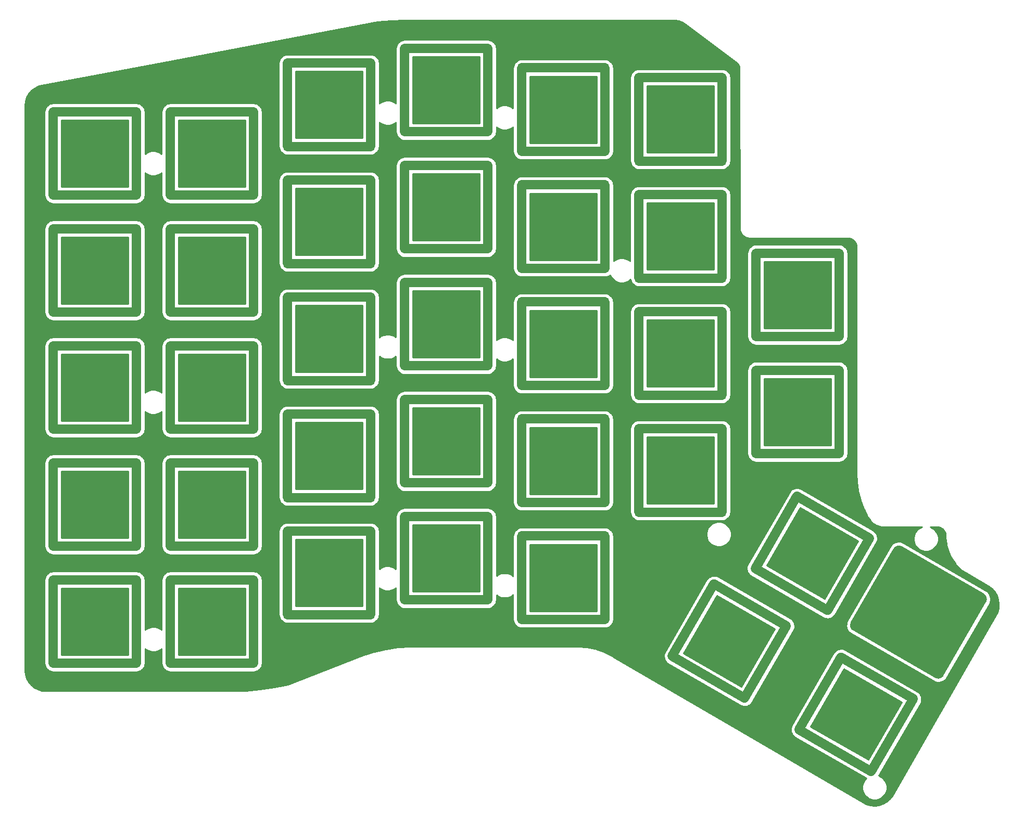
<source format=gtl>
G04 #@! TF.GenerationSoftware,KiCad,Pcbnew,(5.1.5)-3*
G04 #@! TF.CreationDate,2021-01-08T22:33:02-06:00*
G04 #@! TF.ProjectId,Top Plate,546f7020-506c-4617-9465-2e6b69636164,rev?*
G04 #@! TF.SameCoordinates,Original*
G04 #@! TF.FileFunction,Copper,L1,Top*
G04 #@! TF.FilePolarity,Positive*
%FSLAX46Y46*%
G04 Gerber Fmt 4.6, Leading zero omitted, Abs format (unit mm)*
G04 Created by KiCad (PCBNEW (5.1.5)-3) date 2021-01-08 22:33:02*
%MOMM*%
%LPD*%
G04 APERTURE LIST*
%ADD10C,0.100000*%
%ADD11C,1.500000*%
%ADD12O,15.000000X1.500000*%
%ADD13O,1.500000X15.000000*%
%ADD14C,0.254000*%
G04 APERTURE END LIST*
G04 #@! TA.AperFunction,SMDPad,CuDef*
D10*
G36*
X171349847Y-133681257D02*
G01*
X171445953Y-133698744D01*
X171539882Y-133725567D01*
X171630730Y-133761467D01*
X171717621Y-133806099D01*
X185062379Y-141510699D01*
X185144477Y-141563633D01*
X185220992Y-141624360D01*
X185291186Y-141692293D01*
X185354383Y-141766780D01*
X185409975Y-141847102D01*
X185457426Y-141932487D01*
X185496280Y-142022111D01*
X185526162Y-142115113D01*
X185546784Y-142210595D01*
X185557948Y-142307639D01*
X185559546Y-142405310D01*
X185551563Y-142502667D01*
X185534076Y-142598773D01*
X185507253Y-142692702D01*
X185471353Y-142783550D01*
X185426721Y-142870441D01*
X178522121Y-154829559D01*
X178469187Y-154911657D01*
X178408460Y-154988172D01*
X178340527Y-155058366D01*
X178266040Y-155121563D01*
X178185718Y-155177155D01*
X178100333Y-155224606D01*
X178010709Y-155263460D01*
X177917707Y-155293342D01*
X177822225Y-155313964D01*
X177725181Y-155325128D01*
X177627510Y-155326726D01*
X177530153Y-155318743D01*
X177434047Y-155301256D01*
X177340118Y-155274433D01*
X177249270Y-155238533D01*
X177162379Y-155193901D01*
X163817621Y-147489301D01*
X163735523Y-147436367D01*
X163659008Y-147375640D01*
X163588814Y-147307707D01*
X163525617Y-147233220D01*
X163470025Y-147152898D01*
X163422574Y-147067513D01*
X163383720Y-146977889D01*
X163353838Y-146884887D01*
X163333216Y-146789405D01*
X163322052Y-146692361D01*
X163320454Y-146594690D01*
X163328437Y-146497333D01*
X163345924Y-146401227D01*
X163372747Y-146307298D01*
X163408647Y-146216450D01*
X163453279Y-146129559D01*
X170357879Y-134170441D01*
X170410813Y-134088343D01*
X170471540Y-134011828D01*
X170539473Y-133941634D01*
X170613960Y-133878437D01*
X170694282Y-133822845D01*
X170779667Y-133775394D01*
X170869291Y-133736540D01*
X170962293Y-133706658D01*
X171057775Y-133686036D01*
X171154819Y-133674872D01*
X171252490Y-133673274D01*
X171349847Y-133681257D01*
G37*
G04 #@! TD.AperFunction*
D11*
X161860579Y-151867277D02*
X173551921Y-158617277D01*
X155060579Y-163645223D02*
X166751921Y-170395223D01*
X161792277Y-151885579D02*
X155042277Y-163576921D01*
X173570223Y-158685579D02*
X166820223Y-170376921D01*
X166426473Y-132491829D02*
X159676473Y-144183171D01*
X154648527Y-125691829D02*
X147898527Y-137383171D01*
X147916829Y-137451473D02*
X159608171Y-144201473D01*
X154716829Y-125673527D02*
X166408171Y-132423527D01*
X141223079Y-139961027D02*
X152914421Y-146711027D01*
X134423079Y-151738973D02*
X146114421Y-158488973D01*
X141154777Y-139979329D02*
X134404777Y-151670671D01*
X152932723Y-146779329D02*
X146182723Y-158470671D01*
D12*
X154781250Y-105118750D03*
X154781250Y-118718750D03*
D13*
X147981250Y-111918750D03*
X161581250Y-111918750D03*
X161581250Y-92868750D03*
X147981250Y-92868750D03*
D12*
X154781250Y-99668750D03*
X154781250Y-86068750D03*
X135731250Y-114643750D03*
X135731250Y-128243750D03*
D13*
X128931250Y-121443750D03*
X142531250Y-121443750D03*
X142531250Y-102393750D03*
X128931250Y-102393750D03*
D12*
X135731250Y-109193750D03*
X135731250Y-95593750D03*
X135731250Y-76543750D03*
X135731250Y-90143750D03*
D13*
X128931250Y-83343750D03*
X142531250Y-83343750D03*
X142531250Y-64293750D03*
X128931250Y-64293750D03*
D12*
X135731250Y-71093750D03*
X135731250Y-57493750D03*
X116681250Y-55906250D03*
X116681250Y-69506250D03*
D13*
X109881250Y-62706250D03*
X123481250Y-62706250D03*
X123481250Y-81756250D03*
X109881250Y-81756250D03*
D12*
X116681250Y-88556250D03*
X116681250Y-74956250D03*
X116681250Y-94006250D03*
X116681250Y-107606250D03*
D13*
X109881250Y-100806250D03*
X123481250Y-100806250D03*
X123481250Y-119856250D03*
X109881250Y-119856250D03*
D12*
X116681250Y-126656250D03*
X116681250Y-113056250D03*
D13*
X123481250Y-138906250D03*
X109881250Y-138906250D03*
D12*
X116681250Y-145706250D03*
X116681250Y-132106250D03*
X97631250Y-52731250D03*
X97631250Y-66331250D03*
D13*
X90831250Y-59531250D03*
X104431250Y-59531250D03*
X104431250Y-78581250D03*
X90831250Y-78581250D03*
D12*
X97631250Y-85381250D03*
X97631250Y-71781250D03*
D13*
X104431250Y-97631250D03*
X90831250Y-97631250D03*
D12*
X97631250Y-104431250D03*
X97631250Y-90831250D03*
D13*
X104431250Y-116681250D03*
X90831250Y-116681250D03*
D12*
X97631250Y-123481250D03*
X97631250Y-109881250D03*
D13*
X104431250Y-135731250D03*
X90831250Y-135731250D03*
D12*
X97631250Y-142531250D03*
X97631250Y-128931250D03*
D13*
X85381250Y-138112500D03*
X71781250Y-138112500D03*
D12*
X78581250Y-144912500D03*
X78581250Y-131312500D03*
X78581250Y-112262500D03*
X78581250Y-125862500D03*
D13*
X71781250Y-119062500D03*
X85381250Y-119062500D03*
X85381250Y-100012500D03*
X71781250Y-100012500D03*
D12*
X78581250Y-106812500D03*
X78581250Y-93212500D03*
D13*
X85381250Y-80962500D03*
X71781250Y-80962500D03*
D12*
X78581250Y-87762500D03*
X78581250Y-74162500D03*
D13*
X85381250Y-61912500D03*
X71781250Y-61912500D03*
D12*
X78581250Y-68712500D03*
X78581250Y-55112500D03*
D13*
X66331250Y-146050000D03*
X52731250Y-146050000D03*
D12*
X59531250Y-152850000D03*
X59531250Y-139250000D03*
X40481250Y-139250000D03*
X40481250Y-152850000D03*
D13*
X33681250Y-146050000D03*
X47281250Y-146050000D03*
X66331250Y-127000000D03*
X52731250Y-127000000D03*
D12*
X59531250Y-133800000D03*
X59531250Y-120200000D03*
D13*
X47281250Y-127000000D03*
X33681250Y-127000000D03*
D12*
X40481250Y-133800000D03*
X40481250Y-120200000D03*
D13*
X66331250Y-107950000D03*
X52731250Y-107950000D03*
D12*
X59531250Y-114750000D03*
X59531250Y-101150000D03*
D13*
X47281250Y-107950000D03*
X33681250Y-107950000D03*
D12*
X40481250Y-114750000D03*
X40481250Y-101150000D03*
D13*
X66331250Y-88900000D03*
X52731250Y-88900000D03*
D12*
X59531250Y-95700000D03*
X59531250Y-82100000D03*
X40481250Y-82100000D03*
X40481250Y-95700000D03*
D13*
X33681250Y-88900000D03*
X47281250Y-88900000D03*
X66331250Y-69850000D03*
X52731250Y-69850000D03*
D12*
X59531250Y-76650000D03*
X59531250Y-63050000D03*
X40481250Y-63050000D03*
X40481250Y-76650000D03*
D13*
X33681250Y-69850000D03*
X47281250Y-69850000D03*
D14*
G36*
X134891393Y-48162738D02*
G01*
X135499536Y-48285097D01*
X136076863Y-48525134D01*
X136561213Y-48840925D01*
X144678890Y-54936114D01*
X144688076Y-54941694D01*
X144912967Y-55099390D01*
X145073175Y-55266677D01*
X145197840Y-55461901D01*
X145282211Y-55677618D01*
X145326472Y-55924559D01*
X145330011Y-56013407D01*
X145350027Y-82042925D01*
X145359651Y-82139882D01*
X145360397Y-82142334D01*
X145371955Y-82250292D01*
X145383343Y-82305228D01*
X145393343Y-82360451D01*
X145395924Y-82369297D01*
X145451342Y-82554434D01*
X145474008Y-82609797D01*
X145495896Y-82665465D01*
X145500146Y-82673641D01*
X145590469Y-82844489D01*
X145623435Y-82894362D01*
X145655741Y-82944752D01*
X145661499Y-82951947D01*
X145783287Y-83101996D01*
X145825334Y-83144538D01*
X145866787Y-83187668D01*
X145873832Y-83193608D01*
X146022444Y-83317144D01*
X146071973Y-83350722D01*
X146120996Y-83384967D01*
X146129061Y-83389426D01*
X146298838Y-83481743D01*
X146353926Y-83505054D01*
X146408689Y-83529134D01*
X146417466Y-83531941D01*
X146601942Y-83589524D01*
X146660485Y-83601685D01*
X146718902Y-83614674D01*
X146728058Y-83615722D01*
X146858322Y-83629725D01*
X146860967Y-83630529D01*
X146957925Y-83640138D01*
X162977515Y-83649881D01*
X163269677Y-83678527D01*
X163519466Y-83753943D01*
X163749848Y-83876440D01*
X163952049Y-84041351D01*
X164118371Y-84242399D01*
X164242468Y-84471912D01*
X164319628Y-84721176D01*
X164350000Y-85010147D01*
X164339992Y-122042240D01*
X164341567Y-122058276D01*
X164396625Y-123192388D01*
X164399755Y-123222787D01*
X164402406Y-123253186D01*
X164402734Y-123255467D01*
X164616675Y-124725011D01*
X164623488Y-124758849D01*
X164630192Y-124792760D01*
X164630764Y-124794992D01*
X165002164Y-126232835D01*
X165012640Y-126265896D01*
X165022918Y-126298726D01*
X165023724Y-126300872D01*
X165023728Y-126300885D01*
X165023733Y-126300897D01*
X165548241Y-127690206D01*
X165562218Y-127721923D01*
X165575991Y-127753472D01*
X165577021Y-127755513D01*
X165577028Y-127755529D01*
X165577036Y-127755543D01*
X166248521Y-129080078D01*
X166268852Y-129115317D01*
X166273432Y-129124820D01*
X166278279Y-129132658D01*
X166452895Y-129410697D01*
X166483976Y-129450868D01*
X166513366Y-129492292D01*
X166519455Y-129499209D01*
X166823396Y-129839684D01*
X166867417Y-129880227D01*
X166910828Y-129921343D01*
X166918144Y-129926946D01*
X167282429Y-130201901D01*
X167333461Y-130233106D01*
X167384057Y-130265023D01*
X167392323Y-130269098D01*
X167803077Y-130468060D01*
X167859212Y-130488763D01*
X167915029Y-130510240D01*
X167923928Y-130512632D01*
X168365504Y-130628022D01*
X168424541Y-130637419D01*
X168483517Y-130647654D01*
X168492712Y-130648272D01*
X168936419Y-130674980D01*
X168956768Y-130676946D01*
X174984902Y-130665626D01*
X174699855Y-130783696D01*
X174367863Y-131005526D01*
X174085526Y-131287863D01*
X173863696Y-131619855D01*
X173710896Y-131988746D01*
X173633000Y-132380358D01*
X173633000Y-132779642D01*
X173710896Y-133171254D01*
X173863696Y-133540145D01*
X174085526Y-133872137D01*
X174367863Y-134154474D01*
X174699855Y-134376304D01*
X175068746Y-134529104D01*
X175460358Y-134607000D01*
X175859642Y-134607000D01*
X176251254Y-134529104D01*
X176620145Y-134376304D01*
X176952137Y-134154474D01*
X177234474Y-133872137D01*
X177456304Y-133540145D01*
X177609104Y-133171254D01*
X177687000Y-132779642D01*
X177687000Y-132380358D01*
X177609104Y-131988746D01*
X177456304Y-131619855D01*
X177234474Y-131287863D01*
X176952137Y-131005526D01*
X176620145Y-130783696D01*
X176329005Y-130663101D01*
X177403595Y-130661083D01*
X177708407Y-130680967D01*
X177962391Y-130748702D01*
X178198385Y-130864478D01*
X178407393Y-131023886D01*
X178581458Y-131220856D01*
X178713951Y-131447886D01*
X178799822Y-131696322D01*
X178839460Y-131983166D01*
X178840163Y-132014700D01*
X178840225Y-132015212D01*
X178840198Y-132016172D01*
X178848543Y-132356634D01*
X178849057Y-132361732D01*
X178853489Y-132422701D01*
X178984859Y-133468785D01*
X178987966Y-133484044D01*
X178989460Y-133499541D01*
X179004833Y-133566893D01*
X179292923Y-134581068D01*
X179298304Y-134595686D01*
X179302124Y-134610774D01*
X179327507Y-134675025D01*
X179765687Y-135633955D01*
X179773218Y-135647593D01*
X179779276Y-135661928D01*
X179814086Y-135721601D01*
X180392273Y-136603217D01*
X180401779Y-136615557D01*
X180409936Y-136628812D01*
X180453356Y-136682512D01*
X180453372Y-136682533D01*
X180453378Y-136682539D01*
X181116874Y-137420517D01*
X181118476Y-137423158D01*
X181206293Y-137519025D01*
X181284858Y-137576651D01*
X181312661Y-137593116D01*
X181312675Y-137593126D01*
X181312690Y-137593134D01*
X185875466Y-140295252D01*
X186426837Y-140731249D01*
X186869845Y-141250591D01*
X187203543Y-141846091D01*
X187415219Y-142495067D01*
X187496811Y-143172793D01*
X187445210Y-143853468D01*
X187262382Y-144511154D01*
X186944373Y-145142478D01*
X186943370Y-145143888D01*
X170201745Y-174379268D01*
X169768752Y-174926838D01*
X169249410Y-175369846D01*
X168653913Y-175703542D01*
X168004935Y-175915220D01*
X167327208Y-175996812D01*
X166646533Y-175945211D01*
X165988847Y-175762383D01*
X165356227Y-175443721D01*
X145179890Y-163667942D01*
X153653556Y-163667942D01*
X153697998Y-163937119D01*
X153710513Y-163970371D01*
X153716300Y-164005421D01*
X153812401Y-164260756D01*
X153956469Y-164492436D01*
X154142968Y-164691559D01*
X154309158Y-164810649D01*
X165944862Y-171528527D01*
X165715526Y-171757863D01*
X165493696Y-172089855D01*
X165340896Y-172458746D01*
X165263000Y-172850358D01*
X165263000Y-173249642D01*
X165340896Y-173641254D01*
X165493696Y-174010145D01*
X165715526Y-174342137D01*
X165997863Y-174624474D01*
X166329855Y-174846304D01*
X166698746Y-174999104D01*
X167090358Y-175077000D01*
X167489642Y-175077000D01*
X167881254Y-174999104D01*
X168250145Y-174846304D01*
X168582137Y-174624474D01*
X168864474Y-174342137D01*
X169086304Y-174010145D01*
X169239104Y-173641254D01*
X169317000Y-173249642D01*
X169317000Y-172850358D01*
X169239104Y-172458746D01*
X169086304Y-172089855D01*
X168864474Y-171757863D01*
X168582137Y-171475526D01*
X168250145Y-171253696D01*
X167976921Y-171140522D01*
X167985649Y-171128342D01*
X174803686Y-159319158D01*
X174888066Y-159132928D01*
X174950017Y-158867233D01*
X174958944Y-158594558D01*
X174914502Y-158325381D01*
X174901987Y-158292130D01*
X174896200Y-158257078D01*
X174800099Y-158001743D01*
X174656031Y-157770063D01*
X174469532Y-157570940D01*
X174303342Y-157451850D01*
X162494157Y-150633814D01*
X162307927Y-150549434D01*
X162042232Y-150487483D01*
X161769558Y-150478556D01*
X161500381Y-150522998D01*
X161467130Y-150535513D01*
X161432078Y-150541300D01*
X161176743Y-150637401D01*
X160945063Y-150781469D01*
X160745940Y-150967968D01*
X160626850Y-151134158D01*
X153808814Y-162943343D01*
X153724434Y-163129573D01*
X153662483Y-163395268D01*
X153653556Y-163667942D01*
X145179890Y-163667942D01*
X124987742Y-151882936D01*
X124788128Y-151761692D01*
X133016056Y-151761692D01*
X133060498Y-152030869D01*
X133073013Y-152064121D01*
X133078800Y-152099171D01*
X133174901Y-152354506D01*
X133318969Y-152586186D01*
X133505468Y-152785309D01*
X133671658Y-152904399D01*
X145480842Y-159722436D01*
X145667072Y-159806816D01*
X145932767Y-159868767D01*
X146205442Y-159877694D01*
X146474619Y-159833252D01*
X146507871Y-159820737D01*
X146542921Y-159814950D01*
X146798256Y-159718849D01*
X147029936Y-159574781D01*
X147229059Y-159388282D01*
X147348149Y-159222092D01*
X154166186Y-147412908D01*
X154250566Y-147226678D01*
X154312517Y-146960983D01*
X154319945Y-146734093D01*
X162685346Y-146734093D01*
X162737508Y-147050033D01*
X162850304Y-147349725D01*
X163019401Y-147621654D01*
X163238298Y-147855368D01*
X163498585Y-148041887D01*
X176843343Y-155746487D01*
X177135017Y-155878643D01*
X177446868Y-155951356D01*
X177766913Y-155961834D01*
X178082853Y-155909672D01*
X178382545Y-155796876D01*
X178654474Y-155627779D01*
X178888188Y-155408882D01*
X179074707Y-155148595D01*
X185979307Y-143189477D01*
X186111463Y-142897803D01*
X186184176Y-142585952D01*
X186194654Y-142265907D01*
X186142492Y-141949967D01*
X186029696Y-141650275D01*
X185860599Y-141378346D01*
X185641702Y-141144632D01*
X185381415Y-140958113D01*
X172036657Y-133253513D01*
X171744983Y-133121357D01*
X171433132Y-133048644D01*
X171113087Y-133038166D01*
X170797147Y-133090328D01*
X170497455Y-133203124D01*
X170225526Y-133372221D01*
X169991812Y-133591118D01*
X169805293Y-133851405D01*
X162900693Y-145810523D01*
X162768537Y-146102197D01*
X162695824Y-146414048D01*
X162685346Y-146734093D01*
X154319945Y-146734093D01*
X154321444Y-146688308D01*
X154277002Y-146419131D01*
X154264487Y-146385880D01*
X154258700Y-146350828D01*
X154162599Y-146095493D01*
X154018531Y-145863813D01*
X153832032Y-145664690D01*
X153665842Y-145545600D01*
X141856657Y-138727564D01*
X141670427Y-138643184D01*
X141404732Y-138581233D01*
X141132058Y-138572306D01*
X140862881Y-138616748D01*
X140829630Y-138629263D01*
X140794578Y-138635050D01*
X140539243Y-138731151D01*
X140307563Y-138875219D01*
X140108440Y-139061718D01*
X139989350Y-139227908D01*
X133171314Y-151037093D01*
X133086934Y-151223323D01*
X133024983Y-151489018D01*
X133016056Y-151761692D01*
X124788128Y-151761692D01*
X124325243Y-151480540D01*
X124295741Y-151465068D01*
X124266657Y-151448886D01*
X123104970Y-150895017D01*
X123104964Y-150895014D01*
X123028056Y-150864112D01*
X121806104Y-150460207D01*
X121725930Y-150439187D01*
X120463005Y-150191622D01*
X120462990Y-150191618D01*
X120380814Y-150180813D01*
X119106753Y-150094161D01*
X119084487Y-150091966D01*
X92467630Y-150089998D01*
X92462921Y-150090461D01*
X91800824Y-150099899D01*
X91786362Y-150100686D01*
X91771855Y-150100948D01*
X91764958Y-150101387D01*
X89827155Y-150234626D01*
X89804268Y-150237125D01*
X89781334Y-150239388D01*
X89774494Y-150240377D01*
X87853619Y-150528595D01*
X87831003Y-150532923D01*
X87808327Y-150537017D01*
X87801588Y-150538552D01*
X85910014Y-150979895D01*
X85887864Y-150986010D01*
X85865544Y-150991921D01*
X85858951Y-150993992D01*
X84021090Y-151581706D01*
X84002257Y-151586929D01*
X71908613Y-156259728D01*
X69660710Y-156747519D01*
X67356388Y-157093682D01*
X65032535Y-157290589D01*
X63141374Y-157340000D01*
X32532279Y-157340000D01*
X31851874Y-157273286D01*
X31228430Y-157085057D01*
X30653427Y-156779323D01*
X30148752Y-156367721D01*
X29733638Y-155865933D01*
X29423896Y-155293077D01*
X29231318Y-154670961D01*
X29160000Y-153992416D01*
X29159950Y-139231964D01*
X32296250Y-139231964D01*
X32296251Y-152868037D01*
X32316291Y-153071507D01*
X32395487Y-153332581D01*
X32524094Y-153573188D01*
X32697170Y-153784081D01*
X32724629Y-153806616D01*
X32747169Y-153834081D01*
X32958062Y-154007157D01*
X33198669Y-154135764D01*
X33459743Y-154214960D01*
X33663213Y-154235000D01*
X47299287Y-154235000D01*
X47502757Y-154214960D01*
X47763831Y-154135764D01*
X48004438Y-154007157D01*
X48215331Y-153834081D01*
X48237869Y-153806619D01*
X48265331Y-153784081D01*
X48438407Y-153573188D01*
X48567014Y-153332581D01*
X48646210Y-153071507D01*
X48666250Y-152868037D01*
X48666250Y-150452861D01*
X48717863Y-150504474D01*
X49049855Y-150726304D01*
X49418746Y-150879104D01*
X49810358Y-150957000D01*
X50209642Y-150957000D01*
X50601254Y-150879104D01*
X50970145Y-150726304D01*
X51302137Y-150504474D01*
X51346251Y-150460360D01*
X51346251Y-152868037D01*
X51366291Y-153071507D01*
X51445487Y-153332581D01*
X51574094Y-153573188D01*
X51747170Y-153784081D01*
X51774629Y-153806616D01*
X51797169Y-153834081D01*
X52008062Y-154007157D01*
X52248669Y-154135764D01*
X52509743Y-154214960D01*
X52713213Y-154235000D01*
X66349287Y-154235000D01*
X66552757Y-154214960D01*
X66813831Y-154135764D01*
X67054438Y-154007157D01*
X67265331Y-153834081D01*
X67287869Y-153806619D01*
X67315331Y-153784081D01*
X67488407Y-153573188D01*
X67617014Y-153332581D01*
X67696210Y-153071507D01*
X67716250Y-152868037D01*
X67716250Y-139231963D01*
X67696210Y-139028493D01*
X67617014Y-138767419D01*
X67488407Y-138526812D01*
X67315330Y-138315919D01*
X67287871Y-138293384D01*
X67265331Y-138265919D01*
X67054438Y-138092843D01*
X66813831Y-137964236D01*
X66552757Y-137885040D01*
X66349287Y-137865000D01*
X52713213Y-137865000D01*
X52509743Y-137885040D01*
X52248669Y-137964236D01*
X52008062Y-138092843D01*
X51797169Y-138265919D01*
X51774629Y-138293384D01*
X51747169Y-138315920D01*
X51574093Y-138526813D01*
X51445486Y-138767420D01*
X51366290Y-139028494D01*
X51346250Y-139231964D01*
X51346251Y-147399640D01*
X51302137Y-147355526D01*
X50970145Y-147133696D01*
X50601254Y-146980896D01*
X50209642Y-146903000D01*
X49810358Y-146903000D01*
X49418746Y-146980896D01*
X49049855Y-147133696D01*
X48717863Y-147355526D01*
X48666250Y-147407139D01*
X48666250Y-139231963D01*
X48646210Y-139028493D01*
X48567014Y-138767419D01*
X48438407Y-138526812D01*
X48265330Y-138315919D01*
X48237871Y-138293384D01*
X48215331Y-138265919D01*
X48004438Y-138092843D01*
X47763831Y-137964236D01*
X47502757Y-137885040D01*
X47299287Y-137865000D01*
X33663213Y-137865000D01*
X33459743Y-137885040D01*
X33198669Y-137964236D01*
X32958062Y-138092843D01*
X32747169Y-138265919D01*
X32724629Y-138293384D01*
X32697169Y-138315920D01*
X32524093Y-138526813D01*
X32395486Y-138767420D01*
X32316290Y-139028494D01*
X32296250Y-139231964D01*
X29159950Y-139231964D01*
X29159886Y-120181964D01*
X32296250Y-120181964D01*
X32296251Y-133818037D01*
X32316291Y-134021507D01*
X32395487Y-134282581D01*
X32524094Y-134523188D01*
X32697170Y-134734081D01*
X32724629Y-134756616D01*
X32747169Y-134784081D01*
X32958062Y-134957157D01*
X33198669Y-135085764D01*
X33459743Y-135164960D01*
X33663213Y-135185000D01*
X47299287Y-135185000D01*
X47502757Y-135164960D01*
X47763831Y-135085764D01*
X48004438Y-134957157D01*
X48215331Y-134784081D01*
X48237869Y-134756619D01*
X48265331Y-134734081D01*
X48438407Y-134523188D01*
X48567014Y-134282581D01*
X48646210Y-134021507D01*
X48666250Y-133818037D01*
X48666250Y-120181964D01*
X51346250Y-120181964D01*
X51346251Y-133818037D01*
X51366291Y-134021507D01*
X51445487Y-134282581D01*
X51574094Y-134523188D01*
X51747170Y-134734081D01*
X51774629Y-134756616D01*
X51797169Y-134784081D01*
X52008062Y-134957157D01*
X52248669Y-135085764D01*
X52509743Y-135164960D01*
X52713213Y-135185000D01*
X66349287Y-135185000D01*
X66552757Y-135164960D01*
X66813831Y-135085764D01*
X67054438Y-134957157D01*
X67265331Y-134784081D01*
X67287869Y-134756619D01*
X67315331Y-134734081D01*
X67488407Y-134523188D01*
X67617014Y-134282581D01*
X67696210Y-134021507D01*
X67716250Y-133818037D01*
X67716250Y-131294464D01*
X70396250Y-131294464D01*
X70396251Y-144930537D01*
X70416291Y-145134007D01*
X70495487Y-145395081D01*
X70624094Y-145635688D01*
X70797170Y-145846581D01*
X70824629Y-145869116D01*
X70847169Y-145896581D01*
X71058062Y-146069657D01*
X71298669Y-146198264D01*
X71559743Y-146277460D01*
X71763213Y-146297500D01*
X85399287Y-146297500D01*
X85602757Y-146277460D01*
X85863831Y-146198264D01*
X86104438Y-146069657D01*
X86315331Y-145896581D01*
X86337869Y-145869119D01*
X86365331Y-145846581D01*
X86538407Y-145635688D01*
X86667014Y-145395081D01*
X86746210Y-145134007D01*
X86766250Y-144930537D01*
X86766250Y-140572861D01*
X86807863Y-140614474D01*
X87139855Y-140836304D01*
X87508746Y-140989104D01*
X87900358Y-141067000D01*
X88299642Y-141067000D01*
X88691254Y-140989104D01*
X89060145Y-140836304D01*
X89392137Y-140614474D01*
X89446251Y-140560360D01*
X89446251Y-142549287D01*
X89466291Y-142752757D01*
X89545487Y-143013831D01*
X89674094Y-143254438D01*
X89847170Y-143465331D01*
X89874629Y-143487866D01*
X89897169Y-143515331D01*
X90108062Y-143688407D01*
X90348669Y-143817014D01*
X90609743Y-143896210D01*
X90813213Y-143916250D01*
X104449287Y-143916250D01*
X104652757Y-143896210D01*
X104913831Y-143817014D01*
X105154438Y-143688407D01*
X105365331Y-143515331D01*
X105387869Y-143487869D01*
X105415331Y-143465331D01*
X105588407Y-143254438D01*
X105717014Y-143013831D01*
X105796210Y-142752757D01*
X105816250Y-142549287D01*
X105816250Y-141702861D01*
X105857863Y-141744474D01*
X106189855Y-141966304D01*
X106558746Y-142119104D01*
X106950358Y-142197000D01*
X107349642Y-142197000D01*
X107741254Y-142119104D01*
X108110145Y-141966304D01*
X108442137Y-141744474D01*
X108496251Y-141690360D01*
X108496251Y-145724287D01*
X108516291Y-145927757D01*
X108595487Y-146188831D01*
X108724094Y-146429438D01*
X108897170Y-146640331D01*
X108924629Y-146662866D01*
X108947169Y-146690331D01*
X109158062Y-146863407D01*
X109398669Y-146992014D01*
X109659743Y-147071210D01*
X109863213Y-147091250D01*
X123499287Y-147091250D01*
X123702757Y-147071210D01*
X123963831Y-146992014D01*
X124204438Y-146863407D01*
X124415331Y-146690331D01*
X124437869Y-146662869D01*
X124465331Y-146640331D01*
X124638407Y-146429438D01*
X124767014Y-146188831D01*
X124846210Y-145927757D01*
X124866250Y-145724287D01*
X124866250Y-137474192D01*
X146509806Y-137474192D01*
X146554248Y-137743369D01*
X146566763Y-137776621D01*
X146572550Y-137811671D01*
X146668651Y-138067006D01*
X146812719Y-138298686D01*
X146999218Y-138497809D01*
X147165408Y-138616899D01*
X158974592Y-145434936D01*
X159160822Y-145519316D01*
X159426517Y-145581267D01*
X159699192Y-145590194D01*
X159968369Y-145545752D01*
X160001621Y-145533237D01*
X160036671Y-145527450D01*
X160292006Y-145431349D01*
X160523686Y-145287281D01*
X160722809Y-145100782D01*
X160841899Y-144934592D01*
X167659936Y-133125408D01*
X167744316Y-132939178D01*
X167806267Y-132673483D01*
X167815194Y-132400808D01*
X167770752Y-132131631D01*
X167758237Y-132098380D01*
X167752450Y-132063328D01*
X167656349Y-131807993D01*
X167512281Y-131576313D01*
X167325782Y-131377190D01*
X167159592Y-131258100D01*
X155350407Y-124440064D01*
X155164177Y-124355684D01*
X154898482Y-124293733D01*
X154625808Y-124284806D01*
X154356631Y-124329248D01*
X154323380Y-124341763D01*
X154288328Y-124347550D01*
X154032993Y-124443651D01*
X153801313Y-124587719D01*
X153602190Y-124774218D01*
X153483100Y-124940408D01*
X146665064Y-136749593D01*
X146580684Y-136935823D01*
X146518733Y-137201518D01*
X146509806Y-137474192D01*
X124866250Y-137474192D01*
X124866250Y-132088213D01*
X124846210Y-131884743D01*
X124775111Y-131650358D01*
X139933000Y-131650358D01*
X139933000Y-132049642D01*
X140010896Y-132441254D01*
X140163696Y-132810145D01*
X140385526Y-133142137D01*
X140667863Y-133424474D01*
X140999855Y-133646304D01*
X141368746Y-133799104D01*
X141760358Y-133877000D01*
X142159642Y-133877000D01*
X142551254Y-133799104D01*
X142920145Y-133646304D01*
X143252137Y-133424474D01*
X143534474Y-133142137D01*
X143756304Y-132810145D01*
X143909104Y-132441254D01*
X143987000Y-132049642D01*
X143987000Y-131650358D01*
X143909104Y-131258746D01*
X143756304Y-130889855D01*
X143534474Y-130557863D01*
X143252137Y-130275526D01*
X142920145Y-130053696D01*
X142551254Y-129900896D01*
X142159642Y-129823000D01*
X141760358Y-129823000D01*
X141368746Y-129900896D01*
X140999855Y-130053696D01*
X140667863Y-130275526D01*
X140385526Y-130557863D01*
X140163696Y-130889855D01*
X140010896Y-131258746D01*
X139933000Y-131650358D01*
X124775111Y-131650358D01*
X124767014Y-131623669D01*
X124638407Y-131383062D01*
X124465330Y-131172169D01*
X124437871Y-131149634D01*
X124415331Y-131122169D01*
X124204438Y-130949093D01*
X123963831Y-130820486D01*
X123702757Y-130741290D01*
X123499287Y-130721250D01*
X109863213Y-130721250D01*
X109659743Y-130741290D01*
X109398669Y-130820486D01*
X109158062Y-130949093D01*
X108947169Y-131122169D01*
X108924629Y-131149634D01*
X108897169Y-131172170D01*
X108724093Y-131383063D01*
X108595486Y-131623670D01*
X108516290Y-131884744D01*
X108496250Y-132088214D01*
X108496250Y-138649639D01*
X108442137Y-138595526D01*
X108110145Y-138373696D01*
X107741254Y-138220896D01*
X107349642Y-138143000D01*
X106950358Y-138143000D01*
X106558746Y-138220896D01*
X106189855Y-138373696D01*
X105857863Y-138595526D01*
X105816250Y-138637139D01*
X105816250Y-128913213D01*
X105796210Y-128709743D01*
X105717014Y-128448669D01*
X105588407Y-128208062D01*
X105415330Y-127997169D01*
X105387871Y-127974634D01*
X105365331Y-127947169D01*
X105154438Y-127774093D01*
X104913831Y-127645486D01*
X104652757Y-127566290D01*
X104449287Y-127546250D01*
X90813213Y-127546250D01*
X90609743Y-127566290D01*
X90348669Y-127645486D01*
X90108062Y-127774093D01*
X89897169Y-127947169D01*
X89874629Y-127974634D01*
X89847169Y-127997170D01*
X89674093Y-128208063D01*
X89545486Y-128448670D01*
X89466290Y-128709744D01*
X89446250Y-128913214D01*
X89446251Y-137519640D01*
X89392137Y-137465526D01*
X89060145Y-137243696D01*
X88691254Y-137090896D01*
X88299642Y-137013000D01*
X87900358Y-137013000D01*
X87508746Y-137090896D01*
X87139855Y-137243696D01*
X86807863Y-137465526D01*
X86766250Y-137507139D01*
X86766250Y-131294463D01*
X86746210Y-131090993D01*
X86667014Y-130829919D01*
X86538407Y-130589312D01*
X86365330Y-130378419D01*
X86337871Y-130355884D01*
X86315331Y-130328419D01*
X86104438Y-130155343D01*
X85863831Y-130026736D01*
X85602757Y-129947540D01*
X85399287Y-129927500D01*
X71763213Y-129927500D01*
X71559743Y-129947540D01*
X71298669Y-130026736D01*
X71058062Y-130155343D01*
X70847169Y-130328419D01*
X70824629Y-130355884D01*
X70797169Y-130378420D01*
X70624093Y-130589313D01*
X70495486Y-130829920D01*
X70416290Y-131090994D01*
X70396250Y-131294464D01*
X67716250Y-131294464D01*
X67716250Y-120181963D01*
X67696210Y-119978493D01*
X67617014Y-119717419D01*
X67488407Y-119476812D01*
X67315330Y-119265919D01*
X67287871Y-119243384D01*
X67265331Y-119215919D01*
X67054438Y-119042843D01*
X66813831Y-118914236D01*
X66552757Y-118835040D01*
X66349287Y-118815000D01*
X52713213Y-118815000D01*
X52509743Y-118835040D01*
X52248669Y-118914236D01*
X52008062Y-119042843D01*
X51797169Y-119215919D01*
X51774629Y-119243384D01*
X51747169Y-119265920D01*
X51574093Y-119476813D01*
X51445486Y-119717420D01*
X51366290Y-119978494D01*
X51346250Y-120181964D01*
X48666250Y-120181964D01*
X48666250Y-120181963D01*
X48646210Y-119978493D01*
X48567014Y-119717419D01*
X48438407Y-119476812D01*
X48265330Y-119265919D01*
X48237871Y-119243384D01*
X48215331Y-119215919D01*
X48004438Y-119042843D01*
X47763831Y-118914236D01*
X47502757Y-118835040D01*
X47299287Y-118815000D01*
X33663213Y-118815000D01*
X33459743Y-118835040D01*
X33198669Y-118914236D01*
X32958062Y-119042843D01*
X32747169Y-119215919D01*
X32724629Y-119243384D01*
X32697169Y-119265920D01*
X32524093Y-119476813D01*
X32395486Y-119717420D01*
X32316290Y-119978494D01*
X32296250Y-120181964D01*
X29159886Y-120181964D01*
X29159822Y-101131964D01*
X32296250Y-101131964D01*
X32296251Y-114768037D01*
X32316291Y-114971507D01*
X32395487Y-115232581D01*
X32524094Y-115473188D01*
X32697170Y-115684081D01*
X32724629Y-115706616D01*
X32747169Y-115734081D01*
X32958062Y-115907157D01*
X33198669Y-116035764D01*
X33459743Y-116114960D01*
X33663213Y-116135000D01*
X47299287Y-116135000D01*
X47502757Y-116114960D01*
X47763831Y-116035764D01*
X48004438Y-115907157D01*
X48215331Y-115734081D01*
X48237869Y-115706619D01*
X48265331Y-115684081D01*
X48438407Y-115473188D01*
X48567014Y-115232581D01*
X48646210Y-114971507D01*
X48666250Y-114768037D01*
X48666250Y-111862861D01*
X48707863Y-111904474D01*
X49039855Y-112126304D01*
X49408746Y-112279104D01*
X49800358Y-112357000D01*
X50199642Y-112357000D01*
X50591254Y-112279104D01*
X50960145Y-112126304D01*
X51292137Y-111904474D01*
X51346251Y-111850360D01*
X51346251Y-114768037D01*
X51366291Y-114971507D01*
X51445487Y-115232581D01*
X51574094Y-115473188D01*
X51747170Y-115684081D01*
X51774629Y-115706616D01*
X51797169Y-115734081D01*
X52008062Y-115907157D01*
X52248669Y-116035764D01*
X52509743Y-116114960D01*
X52713213Y-116135000D01*
X66349287Y-116135000D01*
X66552757Y-116114960D01*
X66813831Y-116035764D01*
X67054438Y-115907157D01*
X67265331Y-115734081D01*
X67287869Y-115706619D01*
X67315331Y-115684081D01*
X67488407Y-115473188D01*
X67617014Y-115232581D01*
X67696210Y-114971507D01*
X67716250Y-114768037D01*
X67716250Y-112244464D01*
X70396250Y-112244464D01*
X70396251Y-125880537D01*
X70416291Y-126084007D01*
X70495487Y-126345081D01*
X70624094Y-126585688D01*
X70797170Y-126796581D01*
X70824629Y-126819116D01*
X70847169Y-126846581D01*
X71058062Y-127019657D01*
X71298669Y-127148264D01*
X71559743Y-127227460D01*
X71763213Y-127247500D01*
X85399287Y-127247500D01*
X85602757Y-127227460D01*
X85863831Y-127148264D01*
X86104438Y-127019657D01*
X86315331Y-126846581D01*
X86337869Y-126819119D01*
X86365331Y-126796581D01*
X86538407Y-126585688D01*
X86667014Y-126345081D01*
X86746210Y-126084007D01*
X86766250Y-125880537D01*
X86766250Y-112244463D01*
X86746210Y-112040993D01*
X86667014Y-111779919D01*
X86538407Y-111539312D01*
X86365330Y-111328419D01*
X86337871Y-111305884D01*
X86315331Y-111278419D01*
X86104438Y-111105343D01*
X85863831Y-110976736D01*
X85602757Y-110897540D01*
X85399287Y-110877500D01*
X71763213Y-110877500D01*
X71559743Y-110897540D01*
X71298669Y-110976736D01*
X71058062Y-111105343D01*
X70847169Y-111278419D01*
X70824629Y-111305884D01*
X70797169Y-111328420D01*
X70624093Y-111539313D01*
X70495486Y-111779920D01*
X70416290Y-112040994D01*
X70396250Y-112244464D01*
X67716250Y-112244464D01*
X67716250Y-109863214D01*
X89446250Y-109863214D01*
X89446251Y-123499287D01*
X89466291Y-123702757D01*
X89545487Y-123963831D01*
X89674094Y-124204438D01*
X89847170Y-124415331D01*
X89874629Y-124437866D01*
X89897169Y-124465331D01*
X90108062Y-124638407D01*
X90348669Y-124767014D01*
X90609743Y-124846210D01*
X90813213Y-124866250D01*
X104449287Y-124866250D01*
X104652757Y-124846210D01*
X104913831Y-124767014D01*
X105154438Y-124638407D01*
X105365331Y-124465331D01*
X105387869Y-124437869D01*
X105415331Y-124415331D01*
X105588407Y-124204438D01*
X105717014Y-123963831D01*
X105796210Y-123702757D01*
X105816250Y-123499287D01*
X105816250Y-113038214D01*
X108496250Y-113038214D01*
X108496251Y-126674287D01*
X108516291Y-126877757D01*
X108595487Y-127138831D01*
X108724094Y-127379438D01*
X108897170Y-127590331D01*
X108924629Y-127612866D01*
X108947169Y-127640331D01*
X109158062Y-127813407D01*
X109398669Y-127942014D01*
X109659743Y-128021210D01*
X109863213Y-128041250D01*
X123499287Y-128041250D01*
X123702757Y-128021210D01*
X123963831Y-127942014D01*
X124204438Y-127813407D01*
X124415331Y-127640331D01*
X124437869Y-127612869D01*
X124465331Y-127590331D01*
X124638407Y-127379438D01*
X124767014Y-127138831D01*
X124846210Y-126877757D01*
X124866250Y-126674287D01*
X124866250Y-114625714D01*
X127546250Y-114625714D01*
X127546251Y-128261787D01*
X127566291Y-128465257D01*
X127645487Y-128726331D01*
X127774094Y-128966938D01*
X127947170Y-129177831D01*
X127974629Y-129200366D01*
X127997169Y-129227831D01*
X128208062Y-129400907D01*
X128448669Y-129529514D01*
X128709743Y-129608710D01*
X128913213Y-129628750D01*
X142549287Y-129628750D01*
X142752757Y-129608710D01*
X143013831Y-129529514D01*
X143254438Y-129400907D01*
X143465331Y-129227831D01*
X143487869Y-129200369D01*
X143515331Y-129177831D01*
X143688407Y-128966938D01*
X143817014Y-128726331D01*
X143896210Y-128465257D01*
X143916250Y-128261787D01*
X143916250Y-114625713D01*
X143896210Y-114422243D01*
X143817014Y-114161169D01*
X143688407Y-113920562D01*
X143515330Y-113709669D01*
X143487871Y-113687134D01*
X143465331Y-113659669D01*
X143254438Y-113486593D01*
X143013831Y-113357986D01*
X142752757Y-113278790D01*
X142549287Y-113258750D01*
X128913213Y-113258750D01*
X128709743Y-113278790D01*
X128448669Y-113357986D01*
X128208062Y-113486593D01*
X127997169Y-113659669D01*
X127974629Y-113687134D01*
X127947169Y-113709670D01*
X127774093Y-113920563D01*
X127645486Y-114161170D01*
X127566290Y-114422244D01*
X127546250Y-114625714D01*
X124866250Y-114625714D01*
X124866250Y-113038213D01*
X124846210Y-112834743D01*
X124767014Y-112573669D01*
X124638407Y-112333062D01*
X124465330Y-112122169D01*
X124437871Y-112099634D01*
X124415331Y-112072169D01*
X124204438Y-111899093D01*
X123963831Y-111770486D01*
X123702757Y-111691290D01*
X123499287Y-111671250D01*
X109863213Y-111671250D01*
X109659743Y-111691290D01*
X109398669Y-111770486D01*
X109158062Y-111899093D01*
X108947169Y-112072169D01*
X108924629Y-112099634D01*
X108897169Y-112122170D01*
X108724093Y-112333063D01*
X108595486Y-112573670D01*
X108516290Y-112834744D01*
X108496250Y-113038214D01*
X105816250Y-113038214D01*
X105816250Y-109863213D01*
X105796210Y-109659743D01*
X105717014Y-109398669D01*
X105588407Y-109158062D01*
X105415330Y-108947169D01*
X105387871Y-108924634D01*
X105365331Y-108897169D01*
X105154438Y-108724093D01*
X104913831Y-108595486D01*
X104652757Y-108516290D01*
X104449287Y-108496250D01*
X90813213Y-108496250D01*
X90609743Y-108516290D01*
X90348669Y-108595486D01*
X90108062Y-108724093D01*
X89897169Y-108897169D01*
X89874629Y-108924634D01*
X89847169Y-108947170D01*
X89674093Y-109158063D01*
X89545486Y-109398670D01*
X89466290Y-109659744D01*
X89446250Y-109863214D01*
X67716250Y-109863214D01*
X67716250Y-101131963D01*
X67696210Y-100928493D01*
X67617014Y-100667419D01*
X67488407Y-100426812D01*
X67315330Y-100215919D01*
X67287871Y-100193384D01*
X67265331Y-100165919D01*
X67054438Y-99992843D01*
X66813831Y-99864236D01*
X66552757Y-99785040D01*
X66349287Y-99765000D01*
X52713213Y-99765000D01*
X52509743Y-99785040D01*
X52248669Y-99864236D01*
X52008062Y-99992843D01*
X51797169Y-100165919D01*
X51774629Y-100193384D01*
X51747169Y-100215920D01*
X51574093Y-100426813D01*
X51445486Y-100667420D01*
X51366290Y-100928494D01*
X51346250Y-101131964D01*
X51346251Y-108809640D01*
X51292137Y-108755526D01*
X50960145Y-108533696D01*
X50591254Y-108380896D01*
X50199642Y-108303000D01*
X49800358Y-108303000D01*
X49408746Y-108380896D01*
X49039855Y-108533696D01*
X48707863Y-108755526D01*
X48666250Y-108797139D01*
X48666250Y-101131963D01*
X48646210Y-100928493D01*
X48567014Y-100667419D01*
X48438407Y-100426812D01*
X48265330Y-100215919D01*
X48237871Y-100193384D01*
X48215331Y-100165919D01*
X48004438Y-99992843D01*
X47763831Y-99864236D01*
X47502757Y-99785040D01*
X47299287Y-99765000D01*
X33663213Y-99765000D01*
X33459743Y-99785040D01*
X33198669Y-99864236D01*
X32958062Y-99992843D01*
X32747169Y-100165919D01*
X32724629Y-100193384D01*
X32697169Y-100215920D01*
X32524093Y-100426813D01*
X32395486Y-100667420D01*
X32316290Y-100928494D01*
X32296250Y-101131964D01*
X29159822Y-101131964D01*
X29159757Y-82081964D01*
X32296250Y-82081964D01*
X32296251Y-95718037D01*
X32316291Y-95921507D01*
X32395487Y-96182581D01*
X32524094Y-96423188D01*
X32697170Y-96634081D01*
X32724629Y-96656616D01*
X32747169Y-96684081D01*
X32958062Y-96857157D01*
X33198669Y-96985764D01*
X33459743Y-97064960D01*
X33663213Y-97085000D01*
X47299287Y-97085000D01*
X47502757Y-97064960D01*
X47763831Y-96985764D01*
X48004438Y-96857157D01*
X48215331Y-96684081D01*
X48237869Y-96656619D01*
X48265331Y-96634081D01*
X48438407Y-96423188D01*
X48567014Y-96182581D01*
X48646210Y-95921507D01*
X48666250Y-95718037D01*
X48666250Y-82081964D01*
X51346250Y-82081964D01*
X51346251Y-95718037D01*
X51366291Y-95921507D01*
X51445487Y-96182581D01*
X51574094Y-96423188D01*
X51747170Y-96634081D01*
X51774629Y-96656616D01*
X51797169Y-96684081D01*
X52008062Y-96857157D01*
X52248669Y-96985764D01*
X52509743Y-97064960D01*
X52713213Y-97085000D01*
X66349287Y-97085000D01*
X66552757Y-97064960D01*
X66813831Y-96985764D01*
X67054438Y-96857157D01*
X67265331Y-96684081D01*
X67287869Y-96656619D01*
X67315331Y-96634081D01*
X67488407Y-96423188D01*
X67617014Y-96182581D01*
X67696210Y-95921507D01*
X67716250Y-95718037D01*
X67716250Y-93194464D01*
X70396250Y-93194464D01*
X70396251Y-106830537D01*
X70416291Y-107034007D01*
X70495487Y-107295081D01*
X70624094Y-107535688D01*
X70797170Y-107746581D01*
X70824629Y-107769116D01*
X70847169Y-107796581D01*
X71058062Y-107969657D01*
X71298669Y-108098264D01*
X71559743Y-108177460D01*
X71763213Y-108197500D01*
X85399287Y-108197500D01*
X85602757Y-108177460D01*
X85863831Y-108098264D01*
X86104438Y-107969657D01*
X86315331Y-107796581D01*
X86337869Y-107769119D01*
X86365331Y-107746581D01*
X86538407Y-107535688D01*
X86667014Y-107295081D01*
X86746210Y-107034007D01*
X86766250Y-106830537D01*
X86766250Y-102832861D01*
X86817863Y-102884474D01*
X87149855Y-103106304D01*
X87518746Y-103259104D01*
X87910358Y-103337000D01*
X88309642Y-103337000D01*
X88701254Y-103259104D01*
X89070145Y-103106304D01*
X89402137Y-102884474D01*
X89446251Y-102840360D01*
X89446251Y-104449287D01*
X89466291Y-104652757D01*
X89545487Y-104913831D01*
X89674094Y-105154438D01*
X89847170Y-105365331D01*
X89874629Y-105387866D01*
X89897169Y-105415331D01*
X90108062Y-105588407D01*
X90348669Y-105717014D01*
X90609743Y-105796210D01*
X90813213Y-105816250D01*
X104449287Y-105816250D01*
X104652757Y-105796210D01*
X104913831Y-105717014D01*
X105154438Y-105588407D01*
X105365331Y-105415331D01*
X105387869Y-105387869D01*
X105415331Y-105365331D01*
X105588407Y-105154438D01*
X105717014Y-104913831D01*
X105796210Y-104652757D01*
X105816250Y-104449287D01*
X105816250Y-103292861D01*
X105857863Y-103334474D01*
X106189855Y-103556304D01*
X106558746Y-103709104D01*
X106950358Y-103787000D01*
X107349642Y-103787000D01*
X107741254Y-103709104D01*
X108110145Y-103556304D01*
X108442137Y-103334474D01*
X108496251Y-103280360D01*
X108496251Y-107624287D01*
X108516291Y-107827757D01*
X108595487Y-108088831D01*
X108724094Y-108329438D01*
X108897170Y-108540331D01*
X108924629Y-108562866D01*
X108947169Y-108590331D01*
X109158062Y-108763407D01*
X109398669Y-108892014D01*
X109659743Y-108971210D01*
X109863213Y-108991250D01*
X123499287Y-108991250D01*
X123702757Y-108971210D01*
X123963831Y-108892014D01*
X124204438Y-108763407D01*
X124415331Y-108590331D01*
X124437869Y-108562869D01*
X124465331Y-108540331D01*
X124638407Y-108329438D01*
X124767014Y-108088831D01*
X124846210Y-107827757D01*
X124866250Y-107624287D01*
X124866250Y-95575714D01*
X127546250Y-95575714D01*
X127546251Y-109211787D01*
X127566291Y-109415257D01*
X127645487Y-109676331D01*
X127774094Y-109916938D01*
X127947170Y-110127831D01*
X127974629Y-110150366D01*
X127997169Y-110177831D01*
X128208062Y-110350907D01*
X128448669Y-110479514D01*
X128709743Y-110558710D01*
X128913213Y-110578750D01*
X142549287Y-110578750D01*
X142752757Y-110558710D01*
X143013831Y-110479514D01*
X143254438Y-110350907D01*
X143465331Y-110177831D01*
X143487869Y-110150369D01*
X143515331Y-110127831D01*
X143688407Y-109916938D01*
X143817014Y-109676331D01*
X143896210Y-109415257D01*
X143916250Y-109211787D01*
X143916250Y-105100714D01*
X146596250Y-105100714D01*
X146596251Y-118736787D01*
X146616291Y-118940257D01*
X146695487Y-119201331D01*
X146824094Y-119441938D01*
X146997170Y-119652831D01*
X147024629Y-119675366D01*
X147047169Y-119702831D01*
X147258062Y-119875907D01*
X147498669Y-120004514D01*
X147759743Y-120083710D01*
X147963213Y-120103750D01*
X161599287Y-120103750D01*
X161802757Y-120083710D01*
X162063831Y-120004514D01*
X162304438Y-119875907D01*
X162515331Y-119702831D01*
X162537869Y-119675369D01*
X162565331Y-119652831D01*
X162738407Y-119441938D01*
X162867014Y-119201331D01*
X162946210Y-118940257D01*
X162966250Y-118736787D01*
X162966250Y-105100713D01*
X162946210Y-104897243D01*
X162867014Y-104636169D01*
X162738407Y-104395562D01*
X162565330Y-104184669D01*
X162537871Y-104162134D01*
X162515331Y-104134669D01*
X162304438Y-103961593D01*
X162063831Y-103832986D01*
X161802757Y-103753790D01*
X161599287Y-103733750D01*
X147963213Y-103733750D01*
X147759743Y-103753790D01*
X147498669Y-103832986D01*
X147258062Y-103961593D01*
X147047169Y-104134669D01*
X147024629Y-104162134D01*
X146997169Y-104184670D01*
X146824093Y-104395563D01*
X146695486Y-104636170D01*
X146616290Y-104897244D01*
X146596250Y-105100714D01*
X143916250Y-105100714D01*
X143916250Y-95575713D01*
X143896210Y-95372243D01*
X143817014Y-95111169D01*
X143688407Y-94870562D01*
X143515330Y-94659669D01*
X143487871Y-94637134D01*
X143465331Y-94609669D01*
X143254438Y-94436593D01*
X143013831Y-94307986D01*
X142752757Y-94228790D01*
X142549287Y-94208750D01*
X128913213Y-94208750D01*
X128709743Y-94228790D01*
X128448669Y-94307986D01*
X128208062Y-94436593D01*
X127997169Y-94609669D01*
X127974629Y-94637134D01*
X127947169Y-94659670D01*
X127774093Y-94870563D01*
X127645486Y-95111170D01*
X127566290Y-95372244D01*
X127546250Y-95575714D01*
X124866250Y-95575714D01*
X124866250Y-93988213D01*
X124846210Y-93784743D01*
X124767014Y-93523669D01*
X124638407Y-93283062D01*
X124465330Y-93072169D01*
X124437871Y-93049634D01*
X124415331Y-93022169D01*
X124204438Y-92849093D01*
X123963831Y-92720486D01*
X123702757Y-92641290D01*
X123499287Y-92621250D01*
X109863213Y-92621250D01*
X109659743Y-92641290D01*
X109398669Y-92720486D01*
X109158062Y-92849093D01*
X108947169Y-93022169D01*
X108924629Y-93049634D01*
X108897169Y-93072170D01*
X108724093Y-93283063D01*
X108595486Y-93523670D01*
X108516290Y-93784744D01*
X108496250Y-93988214D01*
X108496250Y-100239639D01*
X108442137Y-100185526D01*
X108110145Y-99963696D01*
X107741254Y-99810896D01*
X107349642Y-99733000D01*
X106950358Y-99733000D01*
X106558746Y-99810896D01*
X106189855Y-99963696D01*
X105857863Y-100185526D01*
X105816250Y-100227139D01*
X105816250Y-90813213D01*
X105796210Y-90609743D01*
X105717014Y-90348669D01*
X105588407Y-90108062D01*
X105415330Y-89897169D01*
X105387871Y-89874634D01*
X105365331Y-89847169D01*
X105154438Y-89674093D01*
X104913831Y-89545486D01*
X104652757Y-89466290D01*
X104449287Y-89446250D01*
X90813213Y-89446250D01*
X90609743Y-89466290D01*
X90348669Y-89545486D01*
X90108062Y-89674093D01*
X89897169Y-89847169D01*
X89874629Y-89874634D01*
X89847169Y-89897170D01*
X89674093Y-90108063D01*
X89545486Y-90348670D01*
X89466290Y-90609744D01*
X89446250Y-90813214D01*
X89446251Y-99779640D01*
X89402137Y-99735526D01*
X89070145Y-99513696D01*
X88701254Y-99360896D01*
X88309642Y-99283000D01*
X87910358Y-99283000D01*
X87518746Y-99360896D01*
X87149855Y-99513696D01*
X86817863Y-99735526D01*
X86766250Y-99787139D01*
X86766250Y-93194463D01*
X86746210Y-92990993D01*
X86667014Y-92729919D01*
X86538407Y-92489312D01*
X86365330Y-92278419D01*
X86337871Y-92255884D01*
X86315331Y-92228419D01*
X86104438Y-92055343D01*
X85863831Y-91926736D01*
X85602757Y-91847540D01*
X85399287Y-91827500D01*
X71763213Y-91827500D01*
X71559743Y-91847540D01*
X71298669Y-91926736D01*
X71058062Y-92055343D01*
X70847169Y-92228419D01*
X70824629Y-92255884D01*
X70797169Y-92278420D01*
X70624093Y-92489313D01*
X70495486Y-92729920D01*
X70416290Y-92990994D01*
X70396250Y-93194464D01*
X67716250Y-93194464D01*
X67716250Y-82081963D01*
X67696210Y-81878493D01*
X67617014Y-81617419D01*
X67488407Y-81376812D01*
X67315330Y-81165919D01*
X67287871Y-81143384D01*
X67265331Y-81115919D01*
X67054438Y-80942843D01*
X66813831Y-80814236D01*
X66552757Y-80735040D01*
X66349287Y-80715000D01*
X52713213Y-80715000D01*
X52509743Y-80735040D01*
X52248669Y-80814236D01*
X52008062Y-80942843D01*
X51797169Y-81115919D01*
X51774629Y-81143384D01*
X51747169Y-81165920D01*
X51574093Y-81376813D01*
X51445486Y-81617420D01*
X51366290Y-81878494D01*
X51346250Y-82081964D01*
X48666250Y-82081964D01*
X48666250Y-82081963D01*
X48646210Y-81878493D01*
X48567014Y-81617419D01*
X48438407Y-81376812D01*
X48265330Y-81165919D01*
X48237871Y-81143384D01*
X48215331Y-81115919D01*
X48004438Y-80942843D01*
X47763831Y-80814236D01*
X47502757Y-80735040D01*
X47299287Y-80715000D01*
X33663213Y-80715000D01*
X33459743Y-80735040D01*
X33198669Y-80814236D01*
X32958062Y-80942843D01*
X32747169Y-81115919D01*
X32724629Y-81143384D01*
X32697169Y-81165920D01*
X32524093Y-81376813D01*
X32395486Y-81617420D01*
X32316290Y-81878494D01*
X32296250Y-82081964D01*
X29159757Y-82081964D01*
X29159692Y-63031964D01*
X32296250Y-63031964D01*
X32296251Y-76668037D01*
X32316291Y-76871507D01*
X32395487Y-77132581D01*
X32524094Y-77373188D01*
X32697170Y-77584081D01*
X32724629Y-77606616D01*
X32747169Y-77634081D01*
X32958062Y-77807157D01*
X33198669Y-77935764D01*
X33459743Y-78014960D01*
X33663213Y-78035000D01*
X47299287Y-78035000D01*
X47502757Y-78014960D01*
X47763831Y-77935764D01*
X48004438Y-77807157D01*
X48215331Y-77634081D01*
X48237869Y-77606619D01*
X48265331Y-77584081D01*
X48438407Y-77373188D01*
X48567014Y-77132581D01*
X48646210Y-76871507D01*
X48666250Y-76668037D01*
X48666250Y-73002861D01*
X48707863Y-73044474D01*
X49039855Y-73266304D01*
X49408746Y-73419104D01*
X49800358Y-73497000D01*
X50199642Y-73497000D01*
X50591254Y-73419104D01*
X50960145Y-73266304D01*
X51292137Y-73044474D01*
X51346251Y-72990360D01*
X51346251Y-76668037D01*
X51366291Y-76871507D01*
X51445487Y-77132581D01*
X51574094Y-77373188D01*
X51747170Y-77584081D01*
X51774629Y-77606616D01*
X51797169Y-77634081D01*
X52008062Y-77807157D01*
X52248669Y-77935764D01*
X52509743Y-78014960D01*
X52713213Y-78035000D01*
X66349287Y-78035000D01*
X66552757Y-78014960D01*
X66813831Y-77935764D01*
X67054438Y-77807157D01*
X67265331Y-77634081D01*
X67287869Y-77606619D01*
X67315331Y-77584081D01*
X67488407Y-77373188D01*
X67617014Y-77132581D01*
X67696210Y-76871507D01*
X67716250Y-76668037D01*
X67716250Y-74144464D01*
X70396250Y-74144464D01*
X70396251Y-87780537D01*
X70416291Y-87984007D01*
X70495487Y-88245081D01*
X70624094Y-88485688D01*
X70797170Y-88696581D01*
X70824629Y-88719116D01*
X70847169Y-88746581D01*
X71058062Y-88919657D01*
X71298669Y-89048264D01*
X71559743Y-89127460D01*
X71763213Y-89147500D01*
X85399287Y-89147500D01*
X85602757Y-89127460D01*
X85863831Y-89048264D01*
X86104438Y-88919657D01*
X86315331Y-88746581D01*
X86337869Y-88719119D01*
X86365331Y-88696581D01*
X86538407Y-88485688D01*
X86667014Y-88245081D01*
X86746210Y-87984007D01*
X86766250Y-87780537D01*
X86766250Y-74144463D01*
X86746210Y-73940993D01*
X86667014Y-73679919D01*
X86538407Y-73439312D01*
X86365330Y-73228419D01*
X86337871Y-73205884D01*
X86315331Y-73178419D01*
X86104438Y-73005343D01*
X85863831Y-72876736D01*
X85602757Y-72797540D01*
X85399287Y-72777500D01*
X71763213Y-72777500D01*
X71559743Y-72797540D01*
X71298669Y-72876736D01*
X71058062Y-73005343D01*
X70847169Y-73178419D01*
X70824629Y-73205884D01*
X70797169Y-73228420D01*
X70624093Y-73439313D01*
X70495486Y-73679920D01*
X70416290Y-73940994D01*
X70396250Y-74144464D01*
X67716250Y-74144464D01*
X67716250Y-71763214D01*
X89446250Y-71763214D01*
X89446251Y-85399287D01*
X89466291Y-85602757D01*
X89545487Y-85863831D01*
X89674094Y-86104438D01*
X89847170Y-86315331D01*
X89874629Y-86337866D01*
X89897169Y-86365331D01*
X90108062Y-86538407D01*
X90348669Y-86667014D01*
X90609743Y-86746210D01*
X90813213Y-86766250D01*
X104449287Y-86766250D01*
X104652757Y-86746210D01*
X104913831Y-86667014D01*
X105154438Y-86538407D01*
X105365331Y-86365331D01*
X105387869Y-86337869D01*
X105415331Y-86315331D01*
X105588407Y-86104438D01*
X105717014Y-85863831D01*
X105796210Y-85602757D01*
X105816250Y-85399287D01*
X105816250Y-74938214D01*
X108496250Y-74938214D01*
X108496251Y-88574287D01*
X108516291Y-88777757D01*
X108595487Y-89038831D01*
X108724094Y-89279438D01*
X108897170Y-89490331D01*
X108924629Y-89512866D01*
X108947169Y-89540331D01*
X109158062Y-89713407D01*
X109398669Y-89842014D01*
X109659743Y-89921210D01*
X109863213Y-89941250D01*
X123499287Y-89941250D01*
X123702757Y-89921210D01*
X123963831Y-89842014D01*
X124204438Y-89713407D01*
X124295949Y-89638306D01*
X124383696Y-89850145D01*
X124605526Y-90182137D01*
X124887863Y-90464474D01*
X125219855Y-90686304D01*
X125588746Y-90839104D01*
X125980358Y-90917000D01*
X126379642Y-90917000D01*
X126771254Y-90839104D01*
X127140145Y-90686304D01*
X127472137Y-90464474D01*
X127567469Y-90369142D01*
X127645487Y-90626331D01*
X127774094Y-90866938D01*
X127947170Y-91077831D01*
X127974629Y-91100366D01*
X127997169Y-91127831D01*
X128208062Y-91300907D01*
X128448669Y-91429514D01*
X128709743Y-91508710D01*
X128913213Y-91528750D01*
X142549287Y-91528750D01*
X142752757Y-91508710D01*
X143013831Y-91429514D01*
X143254438Y-91300907D01*
X143465331Y-91127831D01*
X143487869Y-91100369D01*
X143515331Y-91077831D01*
X143688407Y-90866938D01*
X143817014Y-90626331D01*
X143896210Y-90365257D01*
X143916250Y-90161787D01*
X143916250Y-86050714D01*
X146596250Y-86050714D01*
X146596251Y-99686787D01*
X146616291Y-99890257D01*
X146695487Y-100151331D01*
X146824094Y-100391938D01*
X146997170Y-100602831D01*
X147024629Y-100625366D01*
X147047169Y-100652831D01*
X147258062Y-100825907D01*
X147498669Y-100954514D01*
X147759743Y-101033710D01*
X147963213Y-101053750D01*
X161599287Y-101053750D01*
X161802757Y-101033710D01*
X162063831Y-100954514D01*
X162304438Y-100825907D01*
X162515331Y-100652831D01*
X162537869Y-100625369D01*
X162565331Y-100602831D01*
X162738407Y-100391938D01*
X162867014Y-100151331D01*
X162946210Y-99890257D01*
X162966250Y-99686787D01*
X162966250Y-86050713D01*
X162946210Y-85847243D01*
X162867014Y-85586169D01*
X162738407Y-85345562D01*
X162565330Y-85134669D01*
X162537871Y-85112134D01*
X162515331Y-85084669D01*
X162304438Y-84911593D01*
X162063831Y-84782986D01*
X161802757Y-84703790D01*
X161599287Y-84683750D01*
X147963213Y-84683750D01*
X147759743Y-84703790D01*
X147498669Y-84782986D01*
X147258062Y-84911593D01*
X147047169Y-85084669D01*
X147024629Y-85112134D01*
X146997169Y-85134670D01*
X146824093Y-85345563D01*
X146695486Y-85586170D01*
X146616290Y-85847244D01*
X146596250Y-86050714D01*
X143916250Y-86050714D01*
X143916250Y-76525713D01*
X143896210Y-76322243D01*
X143817014Y-76061169D01*
X143688407Y-75820562D01*
X143515330Y-75609669D01*
X143487871Y-75587134D01*
X143465331Y-75559669D01*
X143254438Y-75386593D01*
X143013831Y-75257986D01*
X142752757Y-75178790D01*
X142549287Y-75158750D01*
X128913213Y-75158750D01*
X128709743Y-75178790D01*
X128448669Y-75257986D01*
X128208062Y-75386593D01*
X127997169Y-75559669D01*
X127974629Y-75587134D01*
X127947169Y-75609670D01*
X127774093Y-75820563D01*
X127645486Y-76061170D01*
X127566290Y-76322244D01*
X127546250Y-76525714D01*
X127546251Y-87389640D01*
X127472137Y-87315526D01*
X127140145Y-87093696D01*
X126771254Y-86940896D01*
X126379642Y-86863000D01*
X125980358Y-86863000D01*
X125588746Y-86940896D01*
X125219855Y-87093696D01*
X124887863Y-87315526D01*
X124866250Y-87337139D01*
X124866250Y-74938213D01*
X124846210Y-74734743D01*
X124767014Y-74473669D01*
X124638407Y-74233062D01*
X124465330Y-74022169D01*
X124437871Y-73999634D01*
X124415331Y-73972169D01*
X124204438Y-73799093D01*
X123963831Y-73670486D01*
X123702757Y-73591290D01*
X123499287Y-73571250D01*
X109863213Y-73571250D01*
X109659743Y-73591290D01*
X109398669Y-73670486D01*
X109158062Y-73799093D01*
X108947169Y-73972169D01*
X108924629Y-73999634D01*
X108897169Y-74022170D01*
X108724093Y-74233063D01*
X108595486Y-74473670D01*
X108516290Y-74734744D01*
X108496250Y-74938214D01*
X105816250Y-74938214D01*
X105816250Y-71763213D01*
X105796210Y-71559743D01*
X105717014Y-71298669D01*
X105588407Y-71058062D01*
X105415330Y-70847169D01*
X105387871Y-70824634D01*
X105365331Y-70797169D01*
X105154438Y-70624093D01*
X104913831Y-70495486D01*
X104652757Y-70416290D01*
X104449287Y-70396250D01*
X90813213Y-70396250D01*
X90609743Y-70416290D01*
X90348669Y-70495486D01*
X90108062Y-70624093D01*
X89897169Y-70797169D01*
X89874629Y-70824634D01*
X89847169Y-70847170D01*
X89674093Y-71058063D01*
X89545486Y-71298670D01*
X89466290Y-71559744D01*
X89446250Y-71763214D01*
X67716250Y-71763214D01*
X67716250Y-63031963D01*
X67696210Y-62828493D01*
X67617014Y-62567419D01*
X67488407Y-62326812D01*
X67315330Y-62115919D01*
X67287871Y-62093384D01*
X67265331Y-62065919D01*
X67054438Y-61892843D01*
X66813831Y-61764236D01*
X66552757Y-61685040D01*
X66349287Y-61665000D01*
X52713213Y-61665000D01*
X52509743Y-61685040D01*
X52248669Y-61764236D01*
X52008062Y-61892843D01*
X51797169Y-62065919D01*
X51774629Y-62093384D01*
X51747169Y-62115920D01*
X51574093Y-62326813D01*
X51445486Y-62567420D01*
X51366290Y-62828494D01*
X51346250Y-63031964D01*
X51346251Y-69949640D01*
X51292137Y-69895526D01*
X50960145Y-69673696D01*
X50591254Y-69520896D01*
X50199642Y-69443000D01*
X49800358Y-69443000D01*
X49408746Y-69520896D01*
X49039855Y-69673696D01*
X48707863Y-69895526D01*
X48666250Y-69937139D01*
X48666250Y-63031963D01*
X48646210Y-62828493D01*
X48567014Y-62567419D01*
X48438407Y-62326812D01*
X48265330Y-62115919D01*
X48237871Y-62093384D01*
X48215331Y-62065919D01*
X48004438Y-61892843D01*
X47763831Y-61764236D01*
X47502757Y-61685040D01*
X47299287Y-61665000D01*
X33663213Y-61665000D01*
X33459743Y-61685040D01*
X33198669Y-61764236D01*
X32958062Y-61892843D01*
X32747169Y-62065919D01*
X32724629Y-62093384D01*
X32697169Y-62115920D01*
X32524093Y-62326813D01*
X32395486Y-62567420D01*
X32316290Y-62828494D01*
X32296250Y-63031964D01*
X29159692Y-63031964D01*
X29159688Y-62032285D01*
X29226409Y-61351814D01*
X29414656Y-60728310D01*
X29720419Y-60153254D01*
X30132060Y-59648532D01*
X30633894Y-59233379D01*
X31223661Y-58914493D01*
X31428044Y-58838060D01*
X51284131Y-55094464D01*
X70396250Y-55094464D01*
X70396251Y-68730537D01*
X70416291Y-68934007D01*
X70495487Y-69195081D01*
X70624094Y-69435688D01*
X70797170Y-69646581D01*
X70824629Y-69669116D01*
X70847169Y-69696581D01*
X71058062Y-69869657D01*
X71298669Y-69998264D01*
X71559743Y-70077460D01*
X71763213Y-70097500D01*
X85399287Y-70097500D01*
X85602757Y-70077460D01*
X85863831Y-69998264D01*
X86104438Y-69869657D01*
X86315331Y-69696581D01*
X86337869Y-69669119D01*
X86365331Y-69646581D01*
X86538407Y-69435688D01*
X86667014Y-69195081D01*
X86746210Y-68934007D01*
X86766250Y-68730537D01*
X86766250Y-64772861D01*
X86817863Y-64824474D01*
X87149855Y-65046304D01*
X87518746Y-65199104D01*
X87910358Y-65277000D01*
X88309642Y-65277000D01*
X88701254Y-65199104D01*
X89070145Y-65046304D01*
X89402137Y-64824474D01*
X89446251Y-64780360D01*
X89446251Y-66349287D01*
X89466291Y-66552757D01*
X89545487Y-66813831D01*
X89674094Y-67054438D01*
X89847170Y-67265331D01*
X89874629Y-67287866D01*
X89897169Y-67315331D01*
X90108062Y-67488407D01*
X90348669Y-67617014D01*
X90609743Y-67696210D01*
X90813213Y-67716250D01*
X104449287Y-67716250D01*
X104652757Y-67696210D01*
X104913831Y-67617014D01*
X105154438Y-67488407D01*
X105365331Y-67315331D01*
X105387869Y-67287869D01*
X105415331Y-67265331D01*
X105588407Y-67054438D01*
X105717014Y-66813831D01*
X105796210Y-66552757D01*
X105816250Y-66349287D01*
X105816250Y-65562861D01*
X105857863Y-65604474D01*
X106189855Y-65826304D01*
X106558746Y-65979104D01*
X106950358Y-66057000D01*
X107349642Y-66057000D01*
X107741254Y-65979104D01*
X108110145Y-65826304D01*
X108442137Y-65604474D01*
X108496251Y-65550360D01*
X108496251Y-69524287D01*
X108516291Y-69727757D01*
X108595487Y-69988831D01*
X108724094Y-70229438D01*
X108897170Y-70440331D01*
X108924629Y-70462866D01*
X108947169Y-70490331D01*
X109158062Y-70663407D01*
X109398669Y-70792014D01*
X109659743Y-70871210D01*
X109863213Y-70891250D01*
X123499287Y-70891250D01*
X123702757Y-70871210D01*
X123963831Y-70792014D01*
X124204438Y-70663407D01*
X124415331Y-70490331D01*
X124437869Y-70462869D01*
X124465331Y-70440331D01*
X124638407Y-70229438D01*
X124767014Y-69988831D01*
X124846210Y-69727757D01*
X124866250Y-69524287D01*
X124866250Y-57475714D01*
X127546250Y-57475714D01*
X127546251Y-71111787D01*
X127566291Y-71315257D01*
X127645487Y-71576331D01*
X127774094Y-71816938D01*
X127947170Y-72027831D01*
X127974629Y-72050366D01*
X127997169Y-72077831D01*
X128208062Y-72250907D01*
X128448669Y-72379514D01*
X128709743Y-72458710D01*
X128913213Y-72478750D01*
X142549287Y-72478750D01*
X142752757Y-72458710D01*
X143013831Y-72379514D01*
X143254438Y-72250907D01*
X143465331Y-72077831D01*
X143487869Y-72050369D01*
X143515331Y-72027831D01*
X143688407Y-71816938D01*
X143817014Y-71576331D01*
X143896210Y-71315257D01*
X143916250Y-71111787D01*
X143916250Y-57475713D01*
X143896210Y-57272243D01*
X143817014Y-57011169D01*
X143688407Y-56770562D01*
X143515330Y-56559669D01*
X143487871Y-56537134D01*
X143465331Y-56509669D01*
X143254438Y-56336593D01*
X143013831Y-56207986D01*
X142752757Y-56128790D01*
X142549287Y-56108750D01*
X128913213Y-56108750D01*
X128709743Y-56128790D01*
X128448669Y-56207986D01*
X128208062Y-56336593D01*
X127997169Y-56509669D01*
X127974629Y-56537134D01*
X127947169Y-56559670D01*
X127774093Y-56770563D01*
X127645486Y-57011170D01*
X127566290Y-57272244D01*
X127546250Y-57475714D01*
X124866250Y-57475714D01*
X124866250Y-55888213D01*
X124846210Y-55684743D01*
X124767014Y-55423669D01*
X124638407Y-55183062D01*
X124465330Y-54972169D01*
X124437871Y-54949634D01*
X124415331Y-54922169D01*
X124204438Y-54749093D01*
X123963831Y-54620486D01*
X123702757Y-54541290D01*
X123499287Y-54521250D01*
X109863213Y-54521250D01*
X109659743Y-54541290D01*
X109398669Y-54620486D01*
X109158062Y-54749093D01*
X108947169Y-54922169D01*
X108924629Y-54949634D01*
X108897169Y-54972170D01*
X108724093Y-55183063D01*
X108595486Y-55423670D01*
X108516290Y-55684744D01*
X108496250Y-55888214D01*
X108496250Y-62509639D01*
X108442137Y-62455526D01*
X108110145Y-62233696D01*
X107741254Y-62080896D01*
X107349642Y-62003000D01*
X106950358Y-62003000D01*
X106558746Y-62080896D01*
X106189855Y-62233696D01*
X105857863Y-62455526D01*
X105816250Y-62497139D01*
X105816250Y-52713213D01*
X105796210Y-52509743D01*
X105717014Y-52248669D01*
X105588407Y-52008062D01*
X105415330Y-51797169D01*
X105387871Y-51774634D01*
X105365331Y-51747169D01*
X105154438Y-51574093D01*
X104913831Y-51445486D01*
X104652757Y-51366290D01*
X104449287Y-51346250D01*
X90813213Y-51346250D01*
X90609743Y-51366290D01*
X90348669Y-51445486D01*
X90108062Y-51574093D01*
X89897169Y-51747169D01*
X89874629Y-51774634D01*
X89847169Y-51797170D01*
X89674093Y-52008063D01*
X89545486Y-52248670D01*
X89466290Y-52509744D01*
X89446250Y-52713214D01*
X89446251Y-61719640D01*
X89402137Y-61675526D01*
X89070145Y-61453696D01*
X88701254Y-61300896D01*
X88309642Y-61223000D01*
X87910358Y-61223000D01*
X87518746Y-61300896D01*
X87149855Y-61453696D01*
X86817863Y-61675526D01*
X86766250Y-61727139D01*
X86766250Y-55094463D01*
X86746210Y-54890993D01*
X86667014Y-54629919D01*
X86538407Y-54389312D01*
X86365330Y-54178419D01*
X86337871Y-54155884D01*
X86315331Y-54128419D01*
X86104438Y-53955343D01*
X85863831Y-53826736D01*
X85602757Y-53747540D01*
X85399287Y-53727500D01*
X71763213Y-53727500D01*
X71559743Y-53747540D01*
X71298669Y-53826736D01*
X71058062Y-53955343D01*
X70847169Y-54128419D01*
X70824629Y-54155884D01*
X70797169Y-54178420D01*
X70624093Y-54389313D01*
X70495486Y-54629920D01*
X70416290Y-54890994D01*
X70396250Y-55094464D01*
X51284131Y-55094464D01*
X86426796Y-48468791D01*
X88636587Y-48237308D01*
X90861472Y-48160000D01*
X134891393Y-48162738D01*
G37*
X134891393Y-48162738D02*
X135499536Y-48285097D01*
X136076863Y-48525134D01*
X136561213Y-48840925D01*
X144678890Y-54936114D01*
X144688076Y-54941694D01*
X144912967Y-55099390D01*
X145073175Y-55266677D01*
X145197840Y-55461901D01*
X145282211Y-55677618D01*
X145326472Y-55924559D01*
X145330011Y-56013407D01*
X145350027Y-82042925D01*
X145359651Y-82139882D01*
X145360397Y-82142334D01*
X145371955Y-82250292D01*
X145383343Y-82305228D01*
X145393343Y-82360451D01*
X145395924Y-82369297D01*
X145451342Y-82554434D01*
X145474008Y-82609797D01*
X145495896Y-82665465D01*
X145500146Y-82673641D01*
X145590469Y-82844489D01*
X145623435Y-82894362D01*
X145655741Y-82944752D01*
X145661499Y-82951947D01*
X145783287Y-83101996D01*
X145825334Y-83144538D01*
X145866787Y-83187668D01*
X145873832Y-83193608D01*
X146022444Y-83317144D01*
X146071973Y-83350722D01*
X146120996Y-83384967D01*
X146129061Y-83389426D01*
X146298838Y-83481743D01*
X146353926Y-83505054D01*
X146408689Y-83529134D01*
X146417466Y-83531941D01*
X146601942Y-83589524D01*
X146660485Y-83601685D01*
X146718902Y-83614674D01*
X146728058Y-83615722D01*
X146858322Y-83629725D01*
X146860967Y-83630529D01*
X146957925Y-83640138D01*
X162977515Y-83649881D01*
X163269677Y-83678527D01*
X163519466Y-83753943D01*
X163749848Y-83876440D01*
X163952049Y-84041351D01*
X164118371Y-84242399D01*
X164242468Y-84471912D01*
X164319628Y-84721176D01*
X164350000Y-85010147D01*
X164339992Y-122042240D01*
X164341567Y-122058276D01*
X164396625Y-123192388D01*
X164399755Y-123222787D01*
X164402406Y-123253186D01*
X164402734Y-123255467D01*
X164616675Y-124725011D01*
X164623488Y-124758849D01*
X164630192Y-124792760D01*
X164630764Y-124794992D01*
X165002164Y-126232835D01*
X165012640Y-126265896D01*
X165022918Y-126298726D01*
X165023724Y-126300872D01*
X165023728Y-126300885D01*
X165023733Y-126300897D01*
X165548241Y-127690206D01*
X165562218Y-127721923D01*
X165575991Y-127753472D01*
X165577021Y-127755513D01*
X165577028Y-127755529D01*
X165577036Y-127755543D01*
X166248521Y-129080078D01*
X166268852Y-129115317D01*
X166273432Y-129124820D01*
X166278279Y-129132658D01*
X166452895Y-129410697D01*
X166483976Y-129450868D01*
X166513366Y-129492292D01*
X166519455Y-129499209D01*
X166823396Y-129839684D01*
X166867417Y-129880227D01*
X166910828Y-129921343D01*
X166918144Y-129926946D01*
X167282429Y-130201901D01*
X167333461Y-130233106D01*
X167384057Y-130265023D01*
X167392323Y-130269098D01*
X167803077Y-130468060D01*
X167859212Y-130488763D01*
X167915029Y-130510240D01*
X167923928Y-130512632D01*
X168365504Y-130628022D01*
X168424541Y-130637419D01*
X168483517Y-130647654D01*
X168492712Y-130648272D01*
X168936419Y-130674980D01*
X168956768Y-130676946D01*
X174984902Y-130665626D01*
X174699855Y-130783696D01*
X174367863Y-131005526D01*
X174085526Y-131287863D01*
X173863696Y-131619855D01*
X173710896Y-131988746D01*
X173633000Y-132380358D01*
X173633000Y-132779642D01*
X173710896Y-133171254D01*
X173863696Y-133540145D01*
X174085526Y-133872137D01*
X174367863Y-134154474D01*
X174699855Y-134376304D01*
X175068746Y-134529104D01*
X175460358Y-134607000D01*
X175859642Y-134607000D01*
X176251254Y-134529104D01*
X176620145Y-134376304D01*
X176952137Y-134154474D01*
X177234474Y-133872137D01*
X177456304Y-133540145D01*
X177609104Y-133171254D01*
X177687000Y-132779642D01*
X177687000Y-132380358D01*
X177609104Y-131988746D01*
X177456304Y-131619855D01*
X177234474Y-131287863D01*
X176952137Y-131005526D01*
X176620145Y-130783696D01*
X176329005Y-130663101D01*
X177403595Y-130661083D01*
X177708407Y-130680967D01*
X177962391Y-130748702D01*
X178198385Y-130864478D01*
X178407393Y-131023886D01*
X178581458Y-131220856D01*
X178713951Y-131447886D01*
X178799822Y-131696322D01*
X178839460Y-131983166D01*
X178840163Y-132014700D01*
X178840225Y-132015212D01*
X178840198Y-132016172D01*
X178848543Y-132356634D01*
X178849057Y-132361732D01*
X178853489Y-132422701D01*
X178984859Y-133468785D01*
X178987966Y-133484044D01*
X178989460Y-133499541D01*
X179004833Y-133566893D01*
X179292923Y-134581068D01*
X179298304Y-134595686D01*
X179302124Y-134610774D01*
X179327507Y-134675025D01*
X179765687Y-135633955D01*
X179773218Y-135647593D01*
X179779276Y-135661928D01*
X179814086Y-135721601D01*
X180392273Y-136603217D01*
X180401779Y-136615557D01*
X180409936Y-136628812D01*
X180453356Y-136682512D01*
X180453372Y-136682533D01*
X180453378Y-136682539D01*
X181116874Y-137420517D01*
X181118476Y-137423158D01*
X181206293Y-137519025D01*
X181284858Y-137576651D01*
X181312661Y-137593116D01*
X181312675Y-137593126D01*
X181312690Y-137593134D01*
X185875466Y-140295252D01*
X186426837Y-140731249D01*
X186869845Y-141250591D01*
X187203543Y-141846091D01*
X187415219Y-142495067D01*
X187496811Y-143172793D01*
X187445210Y-143853468D01*
X187262382Y-144511154D01*
X186944373Y-145142478D01*
X186943370Y-145143888D01*
X170201745Y-174379268D01*
X169768752Y-174926838D01*
X169249410Y-175369846D01*
X168653913Y-175703542D01*
X168004935Y-175915220D01*
X167327208Y-175996812D01*
X166646533Y-175945211D01*
X165988847Y-175762383D01*
X165356227Y-175443721D01*
X145179890Y-163667942D01*
X153653556Y-163667942D01*
X153697998Y-163937119D01*
X153710513Y-163970371D01*
X153716300Y-164005421D01*
X153812401Y-164260756D01*
X153956469Y-164492436D01*
X154142968Y-164691559D01*
X154309158Y-164810649D01*
X165944862Y-171528527D01*
X165715526Y-171757863D01*
X165493696Y-172089855D01*
X165340896Y-172458746D01*
X165263000Y-172850358D01*
X165263000Y-173249642D01*
X165340896Y-173641254D01*
X165493696Y-174010145D01*
X165715526Y-174342137D01*
X165997863Y-174624474D01*
X166329855Y-174846304D01*
X166698746Y-174999104D01*
X167090358Y-175077000D01*
X167489642Y-175077000D01*
X167881254Y-174999104D01*
X168250145Y-174846304D01*
X168582137Y-174624474D01*
X168864474Y-174342137D01*
X169086304Y-174010145D01*
X169239104Y-173641254D01*
X169317000Y-173249642D01*
X169317000Y-172850358D01*
X169239104Y-172458746D01*
X169086304Y-172089855D01*
X168864474Y-171757863D01*
X168582137Y-171475526D01*
X168250145Y-171253696D01*
X167976921Y-171140522D01*
X167985649Y-171128342D01*
X174803686Y-159319158D01*
X174888066Y-159132928D01*
X174950017Y-158867233D01*
X174958944Y-158594558D01*
X174914502Y-158325381D01*
X174901987Y-158292130D01*
X174896200Y-158257078D01*
X174800099Y-158001743D01*
X174656031Y-157770063D01*
X174469532Y-157570940D01*
X174303342Y-157451850D01*
X162494157Y-150633814D01*
X162307927Y-150549434D01*
X162042232Y-150487483D01*
X161769558Y-150478556D01*
X161500381Y-150522998D01*
X161467130Y-150535513D01*
X161432078Y-150541300D01*
X161176743Y-150637401D01*
X160945063Y-150781469D01*
X160745940Y-150967968D01*
X160626850Y-151134158D01*
X153808814Y-162943343D01*
X153724434Y-163129573D01*
X153662483Y-163395268D01*
X153653556Y-163667942D01*
X145179890Y-163667942D01*
X124987742Y-151882936D01*
X124788128Y-151761692D01*
X133016056Y-151761692D01*
X133060498Y-152030869D01*
X133073013Y-152064121D01*
X133078800Y-152099171D01*
X133174901Y-152354506D01*
X133318969Y-152586186D01*
X133505468Y-152785309D01*
X133671658Y-152904399D01*
X145480842Y-159722436D01*
X145667072Y-159806816D01*
X145932767Y-159868767D01*
X146205442Y-159877694D01*
X146474619Y-159833252D01*
X146507871Y-159820737D01*
X146542921Y-159814950D01*
X146798256Y-159718849D01*
X147029936Y-159574781D01*
X147229059Y-159388282D01*
X147348149Y-159222092D01*
X154166186Y-147412908D01*
X154250566Y-147226678D01*
X154312517Y-146960983D01*
X154319945Y-146734093D01*
X162685346Y-146734093D01*
X162737508Y-147050033D01*
X162850304Y-147349725D01*
X163019401Y-147621654D01*
X163238298Y-147855368D01*
X163498585Y-148041887D01*
X176843343Y-155746487D01*
X177135017Y-155878643D01*
X177446868Y-155951356D01*
X177766913Y-155961834D01*
X178082853Y-155909672D01*
X178382545Y-155796876D01*
X178654474Y-155627779D01*
X178888188Y-155408882D01*
X179074707Y-155148595D01*
X185979307Y-143189477D01*
X186111463Y-142897803D01*
X186184176Y-142585952D01*
X186194654Y-142265907D01*
X186142492Y-141949967D01*
X186029696Y-141650275D01*
X185860599Y-141378346D01*
X185641702Y-141144632D01*
X185381415Y-140958113D01*
X172036657Y-133253513D01*
X171744983Y-133121357D01*
X171433132Y-133048644D01*
X171113087Y-133038166D01*
X170797147Y-133090328D01*
X170497455Y-133203124D01*
X170225526Y-133372221D01*
X169991812Y-133591118D01*
X169805293Y-133851405D01*
X162900693Y-145810523D01*
X162768537Y-146102197D01*
X162695824Y-146414048D01*
X162685346Y-146734093D01*
X154319945Y-146734093D01*
X154321444Y-146688308D01*
X154277002Y-146419131D01*
X154264487Y-146385880D01*
X154258700Y-146350828D01*
X154162599Y-146095493D01*
X154018531Y-145863813D01*
X153832032Y-145664690D01*
X153665842Y-145545600D01*
X141856657Y-138727564D01*
X141670427Y-138643184D01*
X141404732Y-138581233D01*
X141132058Y-138572306D01*
X140862881Y-138616748D01*
X140829630Y-138629263D01*
X140794578Y-138635050D01*
X140539243Y-138731151D01*
X140307563Y-138875219D01*
X140108440Y-139061718D01*
X139989350Y-139227908D01*
X133171314Y-151037093D01*
X133086934Y-151223323D01*
X133024983Y-151489018D01*
X133016056Y-151761692D01*
X124788128Y-151761692D01*
X124325243Y-151480540D01*
X124295741Y-151465068D01*
X124266657Y-151448886D01*
X123104970Y-150895017D01*
X123104964Y-150895014D01*
X123028056Y-150864112D01*
X121806104Y-150460207D01*
X121725930Y-150439187D01*
X120463005Y-150191622D01*
X120462990Y-150191618D01*
X120380814Y-150180813D01*
X119106753Y-150094161D01*
X119084487Y-150091966D01*
X92467630Y-150089998D01*
X92462921Y-150090461D01*
X91800824Y-150099899D01*
X91786362Y-150100686D01*
X91771855Y-150100948D01*
X91764958Y-150101387D01*
X89827155Y-150234626D01*
X89804268Y-150237125D01*
X89781334Y-150239388D01*
X89774494Y-150240377D01*
X87853619Y-150528595D01*
X87831003Y-150532923D01*
X87808327Y-150537017D01*
X87801588Y-150538552D01*
X85910014Y-150979895D01*
X85887864Y-150986010D01*
X85865544Y-150991921D01*
X85858951Y-150993992D01*
X84021090Y-151581706D01*
X84002257Y-151586929D01*
X71908613Y-156259728D01*
X69660710Y-156747519D01*
X67356388Y-157093682D01*
X65032535Y-157290589D01*
X63141374Y-157340000D01*
X32532279Y-157340000D01*
X31851874Y-157273286D01*
X31228430Y-157085057D01*
X30653427Y-156779323D01*
X30148752Y-156367721D01*
X29733638Y-155865933D01*
X29423896Y-155293077D01*
X29231318Y-154670961D01*
X29160000Y-153992416D01*
X29159950Y-139231964D01*
X32296250Y-139231964D01*
X32296251Y-152868037D01*
X32316291Y-153071507D01*
X32395487Y-153332581D01*
X32524094Y-153573188D01*
X32697170Y-153784081D01*
X32724629Y-153806616D01*
X32747169Y-153834081D01*
X32958062Y-154007157D01*
X33198669Y-154135764D01*
X33459743Y-154214960D01*
X33663213Y-154235000D01*
X47299287Y-154235000D01*
X47502757Y-154214960D01*
X47763831Y-154135764D01*
X48004438Y-154007157D01*
X48215331Y-153834081D01*
X48237869Y-153806619D01*
X48265331Y-153784081D01*
X48438407Y-153573188D01*
X48567014Y-153332581D01*
X48646210Y-153071507D01*
X48666250Y-152868037D01*
X48666250Y-150452861D01*
X48717863Y-150504474D01*
X49049855Y-150726304D01*
X49418746Y-150879104D01*
X49810358Y-150957000D01*
X50209642Y-150957000D01*
X50601254Y-150879104D01*
X50970145Y-150726304D01*
X51302137Y-150504474D01*
X51346251Y-150460360D01*
X51346251Y-152868037D01*
X51366291Y-153071507D01*
X51445487Y-153332581D01*
X51574094Y-153573188D01*
X51747170Y-153784081D01*
X51774629Y-153806616D01*
X51797169Y-153834081D01*
X52008062Y-154007157D01*
X52248669Y-154135764D01*
X52509743Y-154214960D01*
X52713213Y-154235000D01*
X66349287Y-154235000D01*
X66552757Y-154214960D01*
X66813831Y-154135764D01*
X67054438Y-154007157D01*
X67265331Y-153834081D01*
X67287869Y-153806619D01*
X67315331Y-153784081D01*
X67488407Y-153573188D01*
X67617014Y-153332581D01*
X67696210Y-153071507D01*
X67716250Y-152868037D01*
X67716250Y-139231963D01*
X67696210Y-139028493D01*
X67617014Y-138767419D01*
X67488407Y-138526812D01*
X67315330Y-138315919D01*
X67287871Y-138293384D01*
X67265331Y-138265919D01*
X67054438Y-138092843D01*
X66813831Y-137964236D01*
X66552757Y-137885040D01*
X66349287Y-137865000D01*
X52713213Y-137865000D01*
X52509743Y-137885040D01*
X52248669Y-137964236D01*
X52008062Y-138092843D01*
X51797169Y-138265919D01*
X51774629Y-138293384D01*
X51747169Y-138315920D01*
X51574093Y-138526813D01*
X51445486Y-138767420D01*
X51366290Y-139028494D01*
X51346250Y-139231964D01*
X51346251Y-147399640D01*
X51302137Y-147355526D01*
X50970145Y-147133696D01*
X50601254Y-146980896D01*
X50209642Y-146903000D01*
X49810358Y-146903000D01*
X49418746Y-146980896D01*
X49049855Y-147133696D01*
X48717863Y-147355526D01*
X48666250Y-147407139D01*
X48666250Y-139231963D01*
X48646210Y-139028493D01*
X48567014Y-138767419D01*
X48438407Y-138526812D01*
X48265330Y-138315919D01*
X48237871Y-138293384D01*
X48215331Y-138265919D01*
X48004438Y-138092843D01*
X47763831Y-137964236D01*
X47502757Y-137885040D01*
X47299287Y-137865000D01*
X33663213Y-137865000D01*
X33459743Y-137885040D01*
X33198669Y-137964236D01*
X32958062Y-138092843D01*
X32747169Y-138265919D01*
X32724629Y-138293384D01*
X32697169Y-138315920D01*
X32524093Y-138526813D01*
X32395486Y-138767420D01*
X32316290Y-139028494D01*
X32296250Y-139231964D01*
X29159950Y-139231964D01*
X29159886Y-120181964D01*
X32296250Y-120181964D01*
X32296251Y-133818037D01*
X32316291Y-134021507D01*
X32395487Y-134282581D01*
X32524094Y-134523188D01*
X32697170Y-134734081D01*
X32724629Y-134756616D01*
X32747169Y-134784081D01*
X32958062Y-134957157D01*
X33198669Y-135085764D01*
X33459743Y-135164960D01*
X33663213Y-135185000D01*
X47299287Y-135185000D01*
X47502757Y-135164960D01*
X47763831Y-135085764D01*
X48004438Y-134957157D01*
X48215331Y-134784081D01*
X48237869Y-134756619D01*
X48265331Y-134734081D01*
X48438407Y-134523188D01*
X48567014Y-134282581D01*
X48646210Y-134021507D01*
X48666250Y-133818037D01*
X48666250Y-120181964D01*
X51346250Y-120181964D01*
X51346251Y-133818037D01*
X51366291Y-134021507D01*
X51445487Y-134282581D01*
X51574094Y-134523188D01*
X51747170Y-134734081D01*
X51774629Y-134756616D01*
X51797169Y-134784081D01*
X52008062Y-134957157D01*
X52248669Y-135085764D01*
X52509743Y-135164960D01*
X52713213Y-135185000D01*
X66349287Y-135185000D01*
X66552757Y-135164960D01*
X66813831Y-135085764D01*
X67054438Y-134957157D01*
X67265331Y-134784081D01*
X67287869Y-134756619D01*
X67315331Y-134734081D01*
X67488407Y-134523188D01*
X67617014Y-134282581D01*
X67696210Y-134021507D01*
X67716250Y-133818037D01*
X67716250Y-131294464D01*
X70396250Y-131294464D01*
X70396251Y-144930537D01*
X70416291Y-145134007D01*
X70495487Y-145395081D01*
X70624094Y-145635688D01*
X70797170Y-145846581D01*
X70824629Y-145869116D01*
X70847169Y-145896581D01*
X71058062Y-146069657D01*
X71298669Y-146198264D01*
X71559743Y-146277460D01*
X71763213Y-146297500D01*
X85399287Y-146297500D01*
X85602757Y-146277460D01*
X85863831Y-146198264D01*
X86104438Y-146069657D01*
X86315331Y-145896581D01*
X86337869Y-145869119D01*
X86365331Y-145846581D01*
X86538407Y-145635688D01*
X86667014Y-145395081D01*
X86746210Y-145134007D01*
X86766250Y-144930537D01*
X86766250Y-140572861D01*
X86807863Y-140614474D01*
X87139855Y-140836304D01*
X87508746Y-140989104D01*
X87900358Y-141067000D01*
X88299642Y-141067000D01*
X88691254Y-140989104D01*
X89060145Y-140836304D01*
X89392137Y-140614474D01*
X89446251Y-140560360D01*
X89446251Y-142549287D01*
X89466291Y-142752757D01*
X89545487Y-143013831D01*
X89674094Y-143254438D01*
X89847170Y-143465331D01*
X89874629Y-143487866D01*
X89897169Y-143515331D01*
X90108062Y-143688407D01*
X90348669Y-143817014D01*
X90609743Y-143896210D01*
X90813213Y-143916250D01*
X104449287Y-143916250D01*
X104652757Y-143896210D01*
X104913831Y-143817014D01*
X105154438Y-143688407D01*
X105365331Y-143515331D01*
X105387869Y-143487869D01*
X105415331Y-143465331D01*
X105588407Y-143254438D01*
X105717014Y-143013831D01*
X105796210Y-142752757D01*
X105816250Y-142549287D01*
X105816250Y-141702861D01*
X105857863Y-141744474D01*
X106189855Y-141966304D01*
X106558746Y-142119104D01*
X106950358Y-142197000D01*
X107349642Y-142197000D01*
X107741254Y-142119104D01*
X108110145Y-141966304D01*
X108442137Y-141744474D01*
X108496251Y-141690360D01*
X108496251Y-145724287D01*
X108516291Y-145927757D01*
X108595487Y-146188831D01*
X108724094Y-146429438D01*
X108897170Y-146640331D01*
X108924629Y-146662866D01*
X108947169Y-146690331D01*
X109158062Y-146863407D01*
X109398669Y-146992014D01*
X109659743Y-147071210D01*
X109863213Y-147091250D01*
X123499287Y-147091250D01*
X123702757Y-147071210D01*
X123963831Y-146992014D01*
X124204438Y-146863407D01*
X124415331Y-146690331D01*
X124437869Y-146662869D01*
X124465331Y-146640331D01*
X124638407Y-146429438D01*
X124767014Y-146188831D01*
X124846210Y-145927757D01*
X124866250Y-145724287D01*
X124866250Y-137474192D01*
X146509806Y-137474192D01*
X146554248Y-137743369D01*
X146566763Y-137776621D01*
X146572550Y-137811671D01*
X146668651Y-138067006D01*
X146812719Y-138298686D01*
X146999218Y-138497809D01*
X147165408Y-138616899D01*
X158974592Y-145434936D01*
X159160822Y-145519316D01*
X159426517Y-145581267D01*
X159699192Y-145590194D01*
X159968369Y-145545752D01*
X160001621Y-145533237D01*
X160036671Y-145527450D01*
X160292006Y-145431349D01*
X160523686Y-145287281D01*
X160722809Y-145100782D01*
X160841899Y-144934592D01*
X167659936Y-133125408D01*
X167744316Y-132939178D01*
X167806267Y-132673483D01*
X167815194Y-132400808D01*
X167770752Y-132131631D01*
X167758237Y-132098380D01*
X167752450Y-132063328D01*
X167656349Y-131807993D01*
X167512281Y-131576313D01*
X167325782Y-131377190D01*
X167159592Y-131258100D01*
X155350407Y-124440064D01*
X155164177Y-124355684D01*
X154898482Y-124293733D01*
X154625808Y-124284806D01*
X154356631Y-124329248D01*
X154323380Y-124341763D01*
X154288328Y-124347550D01*
X154032993Y-124443651D01*
X153801313Y-124587719D01*
X153602190Y-124774218D01*
X153483100Y-124940408D01*
X146665064Y-136749593D01*
X146580684Y-136935823D01*
X146518733Y-137201518D01*
X146509806Y-137474192D01*
X124866250Y-137474192D01*
X124866250Y-132088213D01*
X124846210Y-131884743D01*
X124775111Y-131650358D01*
X139933000Y-131650358D01*
X139933000Y-132049642D01*
X140010896Y-132441254D01*
X140163696Y-132810145D01*
X140385526Y-133142137D01*
X140667863Y-133424474D01*
X140999855Y-133646304D01*
X141368746Y-133799104D01*
X141760358Y-133877000D01*
X142159642Y-133877000D01*
X142551254Y-133799104D01*
X142920145Y-133646304D01*
X143252137Y-133424474D01*
X143534474Y-133142137D01*
X143756304Y-132810145D01*
X143909104Y-132441254D01*
X143987000Y-132049642D01*
X143987000Y-131650358D01*
X143909104Y-131258746D01*
X143756304Y-130889855D01*
X143534474Y-130557863D01*
X143252137Y-130275526D01*
X142920145Y-130053696D01*
X142551254Y-129900896D01*
X142159642Y-129823000D01*
X141760358Y-129823000D01*
X141368746Y-129900896D01*
X140999855Y-130053696D01*
X140667863Y-130275526D01*
X140385526Y-130557863D01*
X140163696Y-130889855D01*
X140010896Y-131258746D01*
X139933000Y-131650358D01*
X124775111Y-131650358D01*
X124767014Y-131623669D01*
X124638407Y-131383062D01*
X124465330Y-131172169D01*
X124437871Y-131149634D01*
X124415331Y-131122169D01*
X124204438Y-130949093D01*
X123963831Y-130820486D01*
X123702757Y-130741290D01*
X123499287Y-130721250D01*
X109863213Y-130721250D01*
X109659743Y-130741290D01*
X109398669Y-130820486D01*
X109158062Y-130949093D01*
X108947169Y-131122169D01*
X108924629Y-131149634D01*
X108897169Y-131172170D01*
X108724093Y-131383063D01*
X108595486Y-131623670D01*
X108516290Y-131884744D01*
X108496250Y-132088214D01*
X108496250Y-138649639D01*
X108442137Y-138595526D01*
X108110145Y-138373696D01*
X107741254Y-138220896D01*
X107349642Y-138143000D01*
X106950358Y-138143000D01*
X106558746Y-138220896D01*
X106189855Y-138373696D01*
X105857863Y-138595526D01*
X105816250Y-138637139D01*
X105816250Y-128913213D01*
X105796210Y-128709743D01*
X105717014Y-128448669D01*
X105588407Y-128208062D01*
X105415330Y-127997169D01*
X105387871Y-127974634D01*
X105365331Y-127947169D01*
X105154438Y-127774093D01*
X104913831Y-127645486D01*
X104652757Y-127566290D01*
X104449287Y-127546250D01*
X90813213Y-127546250D01*
X90609743Y-127566290D01*
X90348669Y-127645486D01*
X90108062Y-127774093D01*
X89897169Y-127947169D01*
X89874629Y-127974634D01*
X89847169Y-127997170D01*
X89674093Y-128208063D01*
X89545486Y-128448670D01*
X89466290Y-128709744D01*
X89446250Y-128913214D01*
X89446251Y-137519640D01*
X89392137Y-137465526D01*
X89060145Y-137243696D01*
X88691254Y-137090896D01*
X88299642Y-137013000D01*
X87900358Y-137013000D01*
X87508746Y-137090896D01*
X87139855Y-137243696D01*
X86807863Y-137465526D01*
X86766250Y-137507139D01*
X86766250Y-131294463D01*
X86746210Y-131090993D01*
X86667014Y-130829919D01*
X86538407Y-130589312D01*
X86365330Y-130378419D01*
X86337871Y-130355884D01*
X86315331Y-130328419D01*
X86104438Y-130155343D01*
X85863831Y-130026736D01*
X85602757Y-129947540D01*
X85399287Y-129927500D01*
X71763213Y-129927500D01*
X71559743Y-129947540D01*
X71298669Y-130026736D01*
X71058062Y-130155343D01*
X70847169Y-130328419D01*
X70824629Y-130355884D01*
X70797169Y-130378420D01*
X70624093Y-130589313D01*
X70495486Y-130829920D01*
X70416290Y-131090994D01*
X70396250Y-131294464D01*
X67716250Y-131294464D01*
X67716250Y-120181963D01*
X67696210Y-119978493D01*
X67617014Y-119717419D01*
X67488407Y-119476812D01*
X67315330Y-119265919D01*
X67287871Y-119243384D01*
X67265331Y-119215919D01*
X67054438Y-119042843D01*
X66813831Y-118914236D01*
X66552757Y-118835040D01*
X66349287Y-118815000D01*
X52713213Y-118815000D01*
X52509743Y-118835040D01*
X52248669Y-118914236D01*
X52008062Y-119042843D01*
X51797169Y-119215919D01*
X51774629Y-119243384D01*
X51747169Y-119265920D01*
X51574093Y-119476813D01*
X51445486Y-119717420D01*
X51366290Y-119978494D01*
X51346250Y-120181964D01*
X48666250Y-120181964D01*
X48666250Y-120181963D01*
X48646210Y-119978493D01*
X48567014Y-119717419D01*
X48438407Y-119476812D01*
X48265330Y-119265919D01*
X48237871Y-119243384D01*
X48215331Y-119215919D01*
X48004438Y-119042843D01*
X47763831Y-118914236D01*
X47502757Y-118835040D01*
X47299287Y-118815000D01*
X33663213Y-118815000D01*
X33459743Y-118835040D01*
X33198669Y-118914236D01*
X32958062Y-119042843D01*
X32747169Y-119215919D01*
X32724629Y-119243384D01*
X32697169Y-119265920D01*
X32524093Y-119476813D01*
X32395486Y-119717420D01*
X32316290Y-119978494D01*
X32296250Y-120181964D01*
X29159886Y-120181964D01*
X29159822Y-101131964D01*
X32296250Y-101131964D01*
X32296251Y-114768037D01*
X32316291Y-114971507D01*
X32395487Y-115232581D01*
X32524094Y-115473188D01*
X32697170Y-115684081D01*
X32724629Y-115706616D01*
X32747169Y-115734081D01*
X32958062Y-115907157D01*
X33198669Y-116035764D01*
X33459743Y-116114960D01*
X33663213Y-116135000D01*
X47299287Y-116135000D01*
X47502757Y-116114960D01*
X47763831Y-116035764D01*
X48004438Y-115907157D01*
X48215331Y-115734081D01*
X48237869Y-115706619D01*
X48265331Y-115684081D01*
X48438407Y-115473188D01*
X48567014Y-115232581D01*
X48646210Y-114971507D01*
X48666250Y-114768037D01*
X48666250Y-111862861D01*
X48707863Y-111904474D01*
X49039855Y-112126304D01*
X49408746Y-112279104D01*
X49800358Y-112357000D01*
X50199642Y-112357000D01*
X50591254Y-112279104D01*
X50960145Y-112126304D01*
X51292137Y-111904474D01*
X51346251Y-111850360D01*
X51346251Y-114768037D01*
X51366291Y-114971507D01*
X51445487Y-115232581D01*
X51574094Y-115473188D01*
X51747170Y-115684081D01*
X51774629Y-115706616D01*
X51797169Y-115734081D01*
X52008062Y-115907157D01*
X52248669Y-116035764D01*
X52509743Y-116114960D01*
X52713213Y-116135000D01*
X66349287Y-116135000D01*
X66552757Y-116114960D01*
X66813831Y-116035764D01*
X67054438Y-115907157D01*
X67265331Y-115734081D01*
X67287869Y-115706619D01*
X67315331Y-115684081D01*
X67488407Y-115473188D01*
X67617014Y-115232581D01*
X67696210Y-114971507D01*
X67716250Y-114768037D01*
X67716250Y-112244464D01*
X70396250Y-112244464D01*
X70396251Y-125880537D01*
X70416291Y-126084007D01*
X70495487Y-126345081D01*
X70624094Y-126585688D01*
X70797170Y-126796581D01*
X70824629Y-126819116D01*
X70847169Y-126846581D01*
X71058062Y-127019657D01*
X71298669Y-127148264D01*
X71559743Y-127227460D01*
X71763213Y-127247500D01*
X85399287Y-127247500D01*
X85602757Y-127227460D01*
X85863831Y-127148264D01*
X86104438Y-127019657D01*
X86315331Y-126846581D01*
X86337869Y-126819119D01*
X86365331Y-126796581D01*
X86538407Y-126585688D01*
X86667014Y-126345081D01*
X86746210Y-126084007D01*
X86766250Y-125880537D01*
X86766250Y-112244463D01*
X86746210Y-112040993D01*
X86667014Y-111779919D01*
X86538407Y-111539312D01*
X86365330Y-111328419D01*
X86337871Y-111305884D01*
X86315331Y-111278419D01*
X86104438Y-111105343D01*
X85863831Y-110976736D01*
X85602757Y-110897540D01*
X85399287Y-110877500D01*
X71763213Y-110877500D01*
X71559743Y-110897540D01*
X71298669Y-110976736D01*
X71058062Y-111105343D01*
X70847169Y-111278419D01*
X70824629Y-111305884D01*
X70797169Y-111328420D01*
X70624093Y-111539313D01*
X70495486Y-111779920D01*
X70416290Y-112040994D01*
X70396250Y-112244464D01*
X67716250Y-112244464D01*
X67716250Y-109863214D01*
X89446250Y-109863214D01*
X89446251Y-123499287D01*
X89466291Y-123702757D01*
X89545487Y-123963831D01*
X89674094Y-124204438D01*
X89847170Y-124415331D01*
X89874629Y-124437866D01*
X89897169Y-124465331D01*
X90108062Y-124638407D01*
X90348669Y-124767014D01*
X90609743Y-124846210D01*
X90813213Y-124866250D01*
X104449287Y-124866250D01*
X104652757Y-124846210D01*
X104913831Y-124767014D01*
X105154438Y-124638407D01*
X105365331Y-124465331D01*
X105387869Y-124437869D01*
X105415331Y-124415331D01*
X105588407Y-124204438D01*
X105717014Y-123963831D01*
X105796210Y-123702757D01*
X105816250Y-123499287D01*
X105816250Y-113038214D01*
X108496250Y-113038214D01*
X108496251Y-126674287D01*
X108516291Y-126877757D01*
X108595487Y-127138831D01*
X108724094Y-127379438D01*
X108897170Y-127590331D01*
X108924629Y-127612866D01*
X108947169Y-127640331D01*
X109158062Y-127813407D01*
X109398669Y-127942014D01*
X109659743Y-128021210D01*
X109863213Y-128041250D01*
X123499287Y-128041250D01*
X123702757Y-128021210D01*
X123963831Y-127942014D01*
X124204438Y-127813407D01*
X124415331Y-127640331D01*
X124437869Y-127612869D01*
X124465331Y-127590331D01*
X124638407Y-127379438D01*
X124767014Y-127138831D01*
X124846210Y-126877757D01*
X124866250Y-126674287D01*
X124866250Y-114625714D01*
X127546250Y-114625714D01*
X127546251Y-128261787D01*
X127566291Y-128465257D01*
X127645487Y-128726331D01*
X127774094Y-128966938D01*
X127947170Y-129177831D01*
X127974629Y-129200366D01*
X127997169Y-129227831D01*
X128208062Y-129400907D01*
X128448669Y-129529514D01*
X128709743Y-129608710D01*
X128913213Y-129628750D01*
X142549287Y-129628750D01*
X142752757Y-129608710D01*
X143013831Y-129529514D01*
X143254438Y-129400907D01*
X143465331Y-129227831D01*
X143487869Y-129200369D01*
X143515331Y-129177831D01*
X143688407Y-128966938D01*
X143817014Y-128726331D01*
X143896210Y-128465257D01*
X143916250Y-128261787D01*
X143916250Y-114625713D01*
X143896210Y-114422243D01*
X143817014Y-114161169D01*
X143688407Y-113920562D01*
X143515330Y-113709669D01*
X143487871Y-113687134D01*
X143465331Y-113659669D01*
X143254438Y-113486593D01*
X143013831Y-113357986D01*
X142752757Y-113278790D01*
X142549287Y-113258750D01*
X128913213Y-113258750D01*
X128709743Y-113278790D01*
X128448669Y-113357986D01*
X128208062Y-113486593D01*
X127997169Y-113659669D01*
X127974629Y-113687134D01*
X127947169Y-113709670D01*
X127774093Y-113920563D01*
X127645486Y-114161170D01*
X127566290Y-114422244D01*
X127546250Y-114625714D01*
X124866250Y-114625714D01*
X124866250Y-113038213D01*
X124846210Y-112834743D01*
X124767014Y-112573669D01*
X124638407Y-112333062D01*
X124465330Y-112122169D01*
X124437871Y-112099634D01*
X124415331Y-112072169D01*
X124204438Y-111899093D01*
X123963831Y-111770486D01*
X123702757Y-111691290D01*
X123499287Y-111671250D01*
X109863213Y-111671250D01*
X109659743Y-111691290D01*
X109398669Y-111770486D01*
X109158062Y-111899093D01*
X108947169Y-112072169D01*
X108924629Y-112099634D01*
X108897169Y-112122170D01*
X108724093Y-112333063D01*
X108595486Y-112573670D01*
X108516290Y-112834744D01*
X108496250Y-113038214D01*
X105816250Y-113038214D01*
X105816250Y-109863213D01*
X105796210Y-109659743D01*
X105717014Y-109398669D01*
X105588407Y-109158062D01*
X105415330Y-108947169D01*
X105387871Y-108924634D01*
X105365331Y-108897169D01*
X105154438Y-108724093D01*
X104913831Y-108595486D01*
X104652757Y-108516290D01*
X104449287Y-108496250D01*
X90813213Y-108496250D01*
X90609743Y-108516290D01*
X90348669Y-108595486D01*
X90108062Y-108724093D01*
X89897169Y-108897169D01*
X89874629Y-108924634D01*
X89847169Y-108947170D01*
X89674093Y-109158063D01*
X89545486Y-109398670D01*
X89466290Y-109659744D01*
X89446250Y-109863214D01*
X67716250Y-109863214D01*
X67716250Y-101131963D01*
X67696210Y-100928493D01*
X67617014Y-100667419D01*
X67488407Y-100426812D01*
X67315330Y-100215919D01*
X67287871Y-100193384D01*
X67265331Y-100165919D01*
X67054438Y-99992843D01*
X66813831Y-99864236D01*
X66552757Y-99785040D01*
X66349287Y-99765000D01*
X52713213Y-99765000D01*
X52509743Y-99785040D01*
X52248669Y-99864236D01*
X52008062Y-99992843D01*
X51797169Y-100165919D01*
X51774629Y-100193384D01*
X51747169Y-100215920D01*
X51574093Y-100426813D01*
X51445486Y-100667420D01*
X51366290Y-100928494D01*
X51346250Y-101131964D01*
X51346251Y-108809640D01*
X51292137Y-108755526D01*
X50960145Y-108533696D01*
X50591254Y-108380896D01*
X50199642Y-108303000D01*
X49800358Y-108303000D01*
X49408746Y-108380896D01*
X49039855Y-108533696D01*
X48707863Y-108755526D01*
X48666250Y-108797139D01*
X48666250Y-101131963D01*
X48646210Y-100928493D01*
X48567014Y-100667419D01*
X48438407Y-100426812D01*
X48265330Y-100215919D01*
X48237871Y-100193384D01*
X48215331Y-100165919D01*
X48004438Y-99992843D01*
X47763831Y-99864236D01*
X47502757Y-99785040D01*
X47299287Y-99765000D01*
X33663213Y-99765000D01*
X33459743Y-99785040D01*
X33198669Y-99864236D01*
X32958062Y-99992843D01*
X32747169Y-100165919D01*
X32724629Y-100193384D01*
X32697169Y-100215920D01*
X32524093Y-100426813D01*
X32395486Y-100667420D01*
X32316290Y-100928494D01*
X32296250Y-101131964D01*
X29159822Y-101131964D01*
X29159757Y-82081964D01*
X32296250Y-82081964D01*
X32296251Y-95718037D01*
X32316291Y-95921507D01*
X32395487Y-96182581D01*
X32524094Y-96423188D01*
X32697170Y-96634081D01*
X32724629Y-96656616D01*
X32747169Y-96684081D01*
X32958062Y-96857157D01*
X33198669Y-96985764D01*
X33459743Y-97064960D01*
X33663213Y-97085000D01*
X47299287Y-97085000D01*
X47502757Y-97064960D01*
X47763831Y-96985764D01*
X48004438Y-96857157D01*
X48215331Y-96684081D01*
X48237869Y-96656619D01*
X48265331Y-96634081D01*
X48438407Y-96423188D01*
X48567014Y-96182581D01*
X48646210Y-95921507D01*
X48666250Y-95718037D01*
X48666250Y-82081964D01*
X51346250Y-82081964D01*
X51346251Y-95718037D01*
X51366291Y-95921507D01*
X51445487Y-96182581D01*
X51574094Y-96423188D01*
X51747170Y-96634081D01*
X51774629Y-96656616D01*
X51797169Y-96684081D01*
X52008062Y-96857157D01*
X52248669Y-96985764D01*
X52509743Y-97064960D01*
X52713213Y-97085000D01*
X66349287Y-97085000D01*
X66552757Y-97064960D01*
X66813831Y-96985764D01*
X67054438Y-96857157D01*
X67265331Y-96684081D01*
X67287869Y-96656619D01*
X67315331Y-96634081D01*
X67488407Y-96423188D01*
X67617014Y-96182581D01*
X67696210Y-95921507D01*
X67716250Y-95718037D01*
X67716250Y-93194464D01*
X70396250Y-93194464D01*
X70396251Y-106830537D01*
X70416291Y-107034007D01*
X70495487Y-107295081D01*
X70624094Y-107535688D01*
X70797170Y-107746581D01*
X70824629Y-107769116D01*
X70847169Y-107796581D01*
X71058062Y-107969657D01*
X71298669Y-108098264D01*
X71559743Y-108177460D01*
X71763213Y-108197500D01*
X85399287Y-108197500D01*
X85602757Y-108177460D01*
X85863831Y-108098264D01*
X86104438Y-107969657D01*
X86315331Y-107796581D01*
X86337869Y-107769119D01*
X86365331Y-107746581D01*
X86538407Y-107535688D01*
X86667014Y-107295081D01*
X86746210Y-107034007D01*
X86766250Y-106830537D01*
X86766250Y-102832861D01*
X86817863Y-102884474D01*
X87149855Y-103106304D01*
X87518746Y-103259104D01*
X87910358Y-103337000D01*
X88309642Y-103337000D01*
X88701254Y-103259104D01*
X89070145Y-103106304D01*
X89402137Y-102884474D01*
X89446251Y-102840360D01*
X89446251Y-104449287D01*
X89466291Y-104652757D01*
X89545487Y-104913831D01*
X89674094Y-105154438D01*
X89847170Y-105365331D01*
X89874629Y-105387866D01*
X89897169Y-105415331D01*
X90108062Y-105588407D01*
X90348669Y-105717014D01*
X90609743Y-105796210D01*
X90813213Y-105816250D01*
X104449287Y-105816250D01*
X104652757Y-105796210D01*
X104913831Y-105717014D01*
X105154438Y-105588407D01*
X105365331Y-105415331D01*
X105387869Y-105387869D01*
X105415331Y-105365331D01*
X105588407Y-105154438D01*
X105717014Y-104913831D01*
X105796210Y-104652757D01*
X105816250Y-104449287D01*
X105816250Y-103292861D01*
X105857863Y-103334474D01*
X106189855Y-103556304D01*
X106558746Y-103709104D01*
X106950358Y-103787000D01*
X107349642Y-103787000D01*
X107741254Y-103709104D01*
X108110145Y-103556304D01*
X108442137Y-103334474D01*
X108496251Y-103280360D01*
X108496251Y-107624287D01*
X108516291Y-107827757D01*
X108595487Y-108088831D01*
X108724094Y-108329438D01*
X108897170Y-108540331D01*
X108924629Y-108562866D01*
X108947169Y-108590331D01*
X109158062Y-108763407D01*
X109398669Y-108892014D01*
X109659743Y-108971210D01*
X109863213Y-108991250D01*
X123499287Y-108991250D01*
X123702757Y-108971210D01*
X123963831Y-108892014D01*
X124204438Y-108763407D01*
X124415331Y-108590331D01*
X124437869Y-108562869D01*
X124465331Y-108540331D01*
X124638407Y-108329438D01*
X124767014Y-108088831D01*
X124846210Y-107827757D01*
X124866250Y-107624287D01*
X124866250Y-95575714D01*
X127546250Y-95575714D01*
X127546251Y-109211787D01*
X127566291Y-109415257D01*
X127645487Y-109676331D01*
X127774094Y-109916938D01*
X127947170Y-110127831D01*
X127974629Y-110150366D01*
X127997169Y-110177831D01*
X128208062Y-110350907D01*
X128448669Y-110479514D01*
X128709743Y-110558710D01*
X128913213Y-110578750D01*
X142549287Y-110578750D01*
X142752757Y-110558710D01*
X143013831Y-110479514D01*
X143254438Y-110350907D01*
X143465331Y-110177831D01*
X143487869Y-110150369D01*
X143515331Y-110127831D01*
X143688407Y-109916938D01*
X143817014Y-109676331D01*
X143896210Y-109415257D01*
X143916250Y-109211787D01*
X143916250Y-105100714D01*
X146596250Y-105100714D01*
X146596251Y-118736787D01*
X146616291Y-118940257D01*
X146695487Y-119201331D01*
X146824094Y-119441938D01*
X146997170Y-119652831D01*
X147024629Y-119675366D01*
X147047169Y-119702831D01*
X147258062Y-119875907D01*
X147498669Y-120004514D01*
X147759743Y-120083710D01*
X147963213Y-120103750D01*
X161599287Y-120103750D01*
X161802757Y-120083710D01*
X162063831Y-120004514D01*
X162304438Y-119875907D01*
X162515331Y-119702831D01*
X162537869Y-119675369D01*
X162565331Y-119652831D01*
X162738407Y-119441938D01*
X162867014Y-119201331D01*
X162946210Y-118940257D01*
X162966250Y-118736787D01*
X162966250Y-105100713D01*
X162946210Y-104897243D01*
X162867014Y-104636169D01*
X162738407Y-104395562D01*
X162565330Y-104184669D01*
X162537871Y-104162134D01*
X162515331Y-104134669D01*
X162304438Y-103961593D01*
X162063831Y-103832986D01*
X161802757Y-103753790D01*
X161599287Y-103733750D01*
X147963213Y-103733750D01*
X147759743Y-103753790D01*
X147498669Y-103832986D01*
X147258062Y-103961593D01*
X147047169Y-104134669D01*
X147024629Y-104162134D01*
X146997169Y-104184670D01*
X146824093Y-104395563D01*
X146695486Y-104636170D01*
X146616290Y-104897244D01*
X146596250Y-105100714D01*
X143916250Y-105100714D01*
X143916250Y-95575713D01*
X143896210Y-95372243D01*
X143817014Y-95111169D01*
X143688407Y-94870562D01*
X143515330Y-94659669D01*
X143487871Y-94637134D01*
X143465331Y-94609669D01*
X143254438Y-94436593D01*
X143013831Y-94307986D01*
X142752757Y-94228790D01*
X142549287Y-94208750D01*
X128913213Y-94208750D01*
X128709743Y-94228790D01*
X128448669Y-94307986D01*
X128208062Y-94436593D01*
X127997169Y-94609669D01*
X127974629Y-94637134D01*
X127947169Y-94659670D01*
X127774093Y-94870563D01*
X127645486Y-95111170D01*
X127566290Y-95372244D01*
X127546250Y-95575714D01*
X124866250Y-95575714D01*
X124866250Y-93988213D01*
X124846210Y-93784743D01*
X124767014Y-93523669D01*
X124638407Y-93283062D01*
X124465330Y-93072169D01*
X124437871Y-93049634D01*
X124415331Y-93022169D01*
X124204438Y-92849093D01*
X123963831Y-92720486D01*
X123702757Y-92641290D01*
X123499287Y-92621250D01*
X109863213Y-92621250D01*
X109659743Y-92641290D01*
X109398669Y-92720486D01*
X109158062Y-92849093D01*
X108947169Y-93022169D01*
X108924629Y-93049634D01*
X108897169Y-93072170D01*
X108724093Y-93283063D01*
X108595486Y-93523670D01*
X108516290Y-93784744D01*
X108496250Y-93988214D01*
X108496250Y-100239639D01*
X108442137Y-100185526D01*
X108110145Y-99963696D01*
X107741254Y-99810896D01*
X107349642Y-99733000D01*
X106950358Y-99733000D01*
X106558746Y-99810896D01*
X106189855Y-99963696D01*
X105857863Y-100185526D01*
X105816250Y-100227139D01*
X105816250Y-90813213D01*
X105796210Y-90609743D01*
X105717014Y-90348669D01*
X105588407Y-90108062D01*
X105415330Y-89897169D01*
X105387871Y-89874634D01*
X105365331Y-89847169D01*
X105154438Y-89674093D01*
X104913831Y-89545486D01*
X104652757Y-89466290D01*
X104449287Y-89446250D01*
X90813213Y-89446250D01*
X90609743Y-89466290D01*
X90348669Y-89545486D01*
X90108062Y-89674093D01*
X89897169Y-89847169D01*
X89874629Y-89874634D01*
X89847169Y-89897170D01*
X89674093Y-90108063D01*
X89545486Y-90348670D01*
X89466290Y-90609744D01*
X89446250Y-90813214D01*
X89446251Y-99779640D01*
X89402137Y-99735526D01*
X89070145Y-99513696D01*
X88701254Y-99360896D01*
X88309642Y-99283000D01*
X87910358Y-99283000D01*
X87518746Y-99360896D01*
X87149855Y-99513696D01*
X86817863Y-99735526D01*
X86766250Y-99787139D01*
X86766250Y-93194463D01*
X86746210Y-92990993D01*
X86667014Y-92729919D01*
X86538407Y-92489312D01*
X86365330Y-92278419D01*
X86337871Y-92255884D01*
X86315331Y-92228419D01*
X86104438Y-92055343D01*
X85863831Y-91926736D01*
X85602757Y-91847540D01*
X85399287Y-91827500D01*
X71763213Y-91827500D01*
X71559743Y-91847540D01*
X71298669Y-91926736D01*
X71058062Y-92055343D01*
X70847169Y-92228419D01*
X70824629Y-92255884D01*
X70797169Y-92278420D01*
X70624093Y-92489313D01*
X70495486Y-92729920D01*
X70416290Y-92990994D01*
X70396250Y-93194464D01*
X67716250Y-93194464D01*
X67716250Y-82081963D01*
X67696210Y-81878493D01*
X67617014Y-81617419D01*
X67488407Y-81376812D01*
X67315330Y-81165919D01*
X67287871Y-81143384D01*
X67265331Y-81115919D01*
X67054438Y-80942843D01*
X66813831Y-80814236D01*
X66552757Y-80735040D01*
X66349287Y-80715000D01*
X52713213Y-80715000D01*
X52509743Y-80735040D01*
X52248669Y-80814236D01*
X52008062Y-80942843D01*
X51797169Y-81115919D01*
X51774629Y-81143384D01*
X51747169Y-81165920D01*
X51574093Y-81376813D01*
X51445486Y-81617420D01*
X51366290Y-81878494D01*
X51346250Y-82081964D01*
X48666250Y-82081964D01*
X48666250Y-82081963D01*
X48646210Y-81878493D01*
X48567014Y-81617419D01*
X48438407Y-81376812D01*
X48265330Y-81165919D01*
X48237871Y-81143384D01*
X48215331Y-81115919D01*
X48004438Y-80942843D01*
X47763831Y-80814236D01*
X47502757Y-80735040D01*
X47299287Y-80715000D01*
X33663213Y-80715000D01*
X33459743Y-80735040D01*
X33198669Y-80814236D01*
X32958062Y-80942843D01*
X32747169Y-81115919D01*
X32724629Y-81143384D01*
X32697169Y-81165920D01*
X32524093Y-81376813D01*
X32395486Y-81617420D01*
X32316290Y-81878494D01*
X32296250Y-82081964D01*
X29159757Y-82081964D01*
X29159692Y-63031964D01*
X32296250Y-63031964D01*
X32296251Y-76668037D01*
X32316291Y-76871507D01*
X32395487Y-77132581D01*
X32524094Y-77373188D01*
X32697170Y-77584081D01*
X32724629Y-77606616D01*
X32747169Y-77634081D01*
X32958062Y-77807157D01*
X33198669Y-77935764D01*
X33459743Y-78014960D01*
X33663213Y-78035000D01*
X47299287Y-78035000D01*
X47502757Y-78014960D01*
X47763831Y-77935764D01*
X48004438Y-77807157D01*
X48215331Y-77634081D01*
X48237869Y-77606619D01*
X48265331Y-77584081D01*
X48438407Y-77373188D01*
X48567014Y-77132581D01*
X48646210Y-76871507D01*
X48666250Y-76668037D01*
X48666250Y-73002861D01*
X48707863Y-73044474D01*
X49039855Y-73266304D01*
X49408746Y-73419104D01*
X49800358Y-73497000D01*
X50199642Y-73497000D01*
X50591254Y-73419104D01*
X50960145Y-73266304D01*
X51292137Y-73044474D01*
X51346251Y-72990360D01*
X51346251Y-76668037D01*
X51366291Y-76871507D01*
X51445487Y-77132581D01*
X51574094Y-77373188D01*
X51747170Y-77584081D01*
X51774629Y-77606616D01*
X51797169Y-77634081D01*
X52008062Y-77807157D01*
X52248669Y-77935764D01*
X52509743Y-78014960D01*
X52713213Y-78035000D01*
X66349287Y-78035000D01*
X66552757Y-78014960D01*
X66813831Y-77935764D01*
X67054438Y-77807157D01*
X67265331Y-77634081D01*
X67287869Y-77606619D01*
X67315331Y-77584081D01*
X67488407Y-77373188D01*
X67617014Y-77132581D01*
X67696210Y-76871507D01*
X67716250Y-76668037D01*
X67716250Y-74144464D01*
X70396250Y-74144464D01*
X70396251Y-87780537D01*
X70416291Y-87984007D01*
X70495487Y-88245081D01*
X70624094Y-88485688D01*
X70797170Y-88696581D01*
X70824629Y-88719116D01*
X70847169Y-88746581D01*
X71058062Y-88919657D01*
X71298669Y-89048264D01*
X71559743Y-89127460D01*
X71763213Y-89147500D01*
X85399287Y-89147500D01*
X85602757Y-89127460D01*
X85863831Y-89048264D01*
X86104438Y-88919657D01*
X86315331Y-88746581D01*
X86337869Y-88719119D01*
X86365331Y-88696581D01*
X86538407Y-88485688D01*
X86667014Y-88245081D01*
X86746210Y-87984007D01*
X86766250Y-87780537D01*
X86766250Y-74144463D01*
X86746210Y-73940993D01*
X86667014Y-73679919D01*
X86538407Y-73439312D01*
X86365330Y-73228419D01*
X86337871Y-73205884D01*
X86315331Y-73178419D01*
X86104438Y-73005343D01*
X85863831Y-72876736D01*
X85602757Y-72797540D01*
X85399287Y-72777500D01*
X71763213Y-72777500D01*
X71559743Y-72797540D01*
X71298669Y-72876736D01*
X71058062Y-73005343D01*
X70847169Y-73178419D01*
X70824629Y-73205884D01*
X70797169Y-73228420D01*
X70624093Y-73439313D01*
X70495486Y-73679920D01*
X70416290Y-73940994D01*
X70396250Y-74144464D01*
X67716250Y-74144464D01*
X67716250Y-71763214D01*
X89446250Y-71763214D01*
X89446251Y-85399287D01*
X89466291Y-85602757D01*
X89545487Y-85863831D01*
X89674094Y-86104438D01*
X89847170Y-86315331D01*
X89874629Y-86337866D01*
X89897169Y-86365331D01*
X90108062Y-86538407D01*
X90348669Y-86667014D01*
X90609743Y-86746210D01*
X90813213Y-86766250D01*
X104449287Y-86766250D01*
X104652757Y-86746210D01*
X104913831Y-86667014D01*
X105154438Y-86538407D01*
X105365331Y-86365331D01*
X105387869Y-86337869D01*
X105415331Y-86315331D01*
X105588407Y-86104438D01*
X105717014Y-85863831D01*
X105796210Y-85602757D01*
X105816250Y-85399287D01*
X105816250Y-74938214D01*
X108496250Y-74938214D01*
X108496251Y-88574287D01*
X108516291Y-88777757D01*
X108595487Y-89038831D01*
X108724094Y-89279438D01*
X108897170Y-89490331D01*
X108924629Y-89512866D01*
X108947169Y-89540331D01*
X109158062Y-89713407D01*
X109398669Y-89842014D01*
X109659743Y-89921210D01*
X109863213Y-89941250D01*
X123499287Y-89941250D01*
X123702757Y-89921210D01*
X123963831Y-89842014D01*
X124204438Y-89713407D01*
X124295949Y-89638306D01*
X124383696Y-89850145D01*
X124605526Y-90182137D01*
X124887863Y-90464474D01*
X125219855Y-90686304D01*
X125588746Y-90839104D01*
X125980358Y-90917000D01*
X126379642Y-90917000D01*
X126771254Y-90839104D01*
X127140145Y-90686304D01*
X127472137Y-90464474D01*
X127567469Y-90369142D01*
X127645487Y-90626331D01*
X127774094Y-90866938D01*
X127947170Y-91077831D01*
X127974629Y-91100366D01*
X127997169Y-91127831D01*
X128208062Y-91300907D01*
X128448669Y-91429514D01*
X128709743Y-91508710D01*
X128913213Y-91528750D01*
X142549287Y-91528750D01*
X142752757Y-91508710D01*
X143013831Y-91429514D01*
X143254438Y-91300907D01*
X143465331Y-91127831D01*
X143487869Y-91100369D01*
X143515331Y-91077831D01*
X143688407Y-90866938D01*
X143817014Y-90626331D01*
X143896210Y-90365257D01*
X143916250Y-90161787D01*
X143916250Y-86050714D01*
X146596250Y-86050714D01*
X146596251Y-99686787D01*
X146616291Y-99890257D01*
X146695487Y-100151331D01*
X146824094Y-100391938D01*
X146997170Y-100602831D01*
X147024629Y-100625366D01*
X147047169Y-100652831D01*
X147258062Y-100825907D01*
X147498669Y-100954514D01*
X147759743Y-101033710D01*
X147963213Y-101053750D01*
X161599287Y-101053750D01*
X161802757Y-101033710D01*
X162063831Y-100954514D01*
X162304438Y-100825907D01*
X162515331Y-100652831D01*
X162537869Y-100625369D01*
X162565331Y-100602831D01*
X162738407Y-100391938D01*
X162867014Y-100151331D01*
X162946210Y-99890257D01*
X162966250Y-99686787D01*
X162966250Y-86050713D01*
X162946210Y-85847243D01*
X162867014Y-85586169D01*
X162738407Y-85345562D01*
X162565330Y-85134669D01*
X162537871Y-85112134D01*
X162515331Y-85084669D01*
X162304438Y-84911593D01*
X162063831Y-84782986D01*
X161802757Y-84703790D01*
X161599287Y-84683750D01*
X147963213Y-84683750D01*
X147759743Y-84703790D01*
X147498669Y-84782986D01*
X147258062Y-84911593D01*
X147047169Y-85084669D01*
X147024629Y-85112134D01*
X146997169Y-85134670D01*
X146824093Y-85345563D01*
X146695486Y-85586170D01*
X146616290Y-85847244D01*
X146596250Y-86050714D01*
X143916250Y-86050714D01*
X143916250Y-76525713D01*
X143896210Y-76322243D01*
X143817014Y-76061169D01*
X143688407Y-75820562D01*
X143515330Y-75609669D01*
X143487871Y-75587134D01*
X143465331Y-75559669D01*
X143254438Y-75386593D01*
X143013831Y-75257986D01*
X142752757Y-75178790D01*
X142549287Y-75158750D01*
X128913213Y-75158750D01*
X128709743Y-75178790D01*
X128448669Y-75257986D01*
X128208062Y-75386593D01*
X127997169Y-75559669D01*
X127974629Y-75587134D01*
X127947169Y-75609670D01*
X127774093Y-75820563D01*
X127645486Y-76061170D01*
X127566290Y-76322244D01*
X127546250Y-76525714D01*
X127546251Y-87389640D01*
X127472137Y-87315526D01*
X127140145Y-87093696D01*
X126771254Y-86940896D01*
X126379642Y-86863000D01*
X125980358Y-86863000D01*
X125588746Y-86940896D01*
X125219855Y-87093696D01*
X124887863Y-87315526D01*
X124866250Y-87337139D01*
X124866250Y-74938213D01*
X124846210Y-74734743D01*
X124767014Y-74473669D01*
X124638407Y-74233062D01*
X124465330Y-74022169D01*
X124437871Y-73999634D01*
X124415331Y-73972169D01*
X124204438Y-73799093D01*
X123963831Y-73670486D01*
X123702757Y-73591290D01*
X123499287Y-73571250D01*
X109863213Y-73571250D01*
X109659743Y-73591290D01*
X109398669Y-73670486D01*
X109158062Y-73799093D01*
X108947169Y-73972169D01*
X108924629Y-73999634D01*
X108897169Y-74022170D01*
X108724093Y-74233063D01*
X108595486Y-74473670D01*
X108516290Y-74734744D01*
X108496250Y-74938214D01*
X105816250Y-74938214D01*
X105816250Y-71763213D01*
X105796210Y-71559743D01*
X105717014Y-71298669D01*
X105588407Y-71058062D01*
X105415330Y-70847169D01*
X105387871Y-70824634D01*
X105365331Y-70797169D01*
X105154438Y-70624093D01*
X104913831Y-70495486D01*
X104652757Y-70416290D01*
X104449287Y-70396250D01*
X90813213Y-70396250D01*
X90609743Y-70416290D01*
X90348669Y-70495486D01*
X90108062Y-70624093D01*
X89897169Y-70797169D01*
X89874629Y-70824634D01*
X89847169Y-70847170D01*
X89674093Y-71058063D01*
X89545486Y-71298670D01*
X89466290Y-71559744D01*
X89446250Y-71763214D01*
X67716250Y-71763214D01*
X67716250Y-63031963D01*
X67696210Y-62828493D01*
X67617014Y-62567419D01*
X67488407Y-62326812D01*
X67315330Y-62115919D01*
X67287871Y-62093384D01*
X67265331Y-62065919D01*
X67054438Y-61892843D01*
X66813831Y-61764236D01*
X66552757Y-61685040D01*
X66349287Y-61665000D01*
X52713213Y-61665000D01*
X52509743Y-61685040D01*
X52248669Y-61764236D01*
X52008062Y-61892843D01*
X51797169Y-62065919D01*
X51774629Y-62093384D01*
X51747169Y-62115920D01*
X51574093Y-62326813D01*
X51445486Y-62567420D01*
X51366290Y-62828494D01*
X51346250Y-63031964D01*
X51346251Y-69949640D01*
X51292137Y-69895526D01*
X50960145Y-69673696D01*
X50591254Y-69520896D01*
X50199642Y-69443000D01*
X49800358Y-69443000D01*
X49408746Y-69520896D01*
X49039855Y-69673696D01*
X48707863Y-69895526D01*
X48666250Y-69937139D01*
X48666250Y-63031963D01*
X48646210Y-62828493D01*
X48567014Y-62567419D01*
X48438407Y-62326812D01*
X48265330Y-62115919D01*
X48237871Y-62093384D01*
X48215331Y-62065919D01*
X48004438Y-61892843D01*
X47763831Y-61764236D01*
X47502757Y-61685040D01*
X47299287Y-61665000D01*
X33663213Y-61665000D01*
X33459743Y-61685040D01*
X33198669Y-61764236D01*
X32958062Y-61892843D01*
X32747169Y-62065919D01*
X32724629Y-62093384D01*
X32697169Y-62115920D01*
X32524093Y-62326813D01*
X32395486Y-62567420D01*
X32316290Y-62828494D01*
X32296250Y-63031964D01*
X29159692Y-63031964D01*
X29159688Y-62032285D01*
X29226409Y-61351814D01*
X29414656Y-60728310D01*
X29720419Y-60153254D01*
X30132060Y-59648532D01*
X30633894Y-59233379D01*
X31223661Y-58914493D01*
X31428044Y-58838060D01*
X51284131Y-55094464D01*
X70396250Y-55094464D01*
X70396251Y-68730537D01*
X70416291Y-68934007D01*
X70495487Y-69195081D01*
X70624094Y-69435688D01*
X70797170Y-69646581D01*
X70824629Y-69669116D01*
X70847169Y-69696581D01*
X71058062Y-69869657D01*
X71298669Y-69998264D01*
X71559743Y-70077460D01*
X71763213Y-70097500D01*
X85399287Y-70097500D01*
X85602757Y-70077460D01*
X85863831Y-69998264D01*
X86104438Y-69869657D01*
X86315331Y-69696581D01*
X86337869Y-69669119D01*
X86365331Y-69646581D01*
X86538407Y-69435688D01*
X86667014Y-69195081D01*
X86746210Y-68934007D01*
X86766250Y-68730537D01*
X86766250Y-64772861D01*
X86817863Y-64824474D01*
X87149855Y-65046304D01*
X87518746Y-65199104D01*
X87910358Y-65277000D01*
X88309642Y-65277000D01*
X88701254Y-65199104D01*
X89070145Y-65046304D01*
X89402137Y-64824474D01*
X89446251Y-64780360D01*
X89446251Y-66349287D01*
X89466291Y-66552757D01*
X89545487Y-66813831D01*
X89674094Y-67054438D01*
X89847170Y-67265331D01*
X89874629Y-67287866D01*
X89897169Y-67315331D01*
X90108062Y-67488407D01*
X90348669Y-67617014D01*
X90609743Y-67696210D01*
X90813213Y-67716250D01*
X104449287Y-67716250D01*
X104652757Y-67696210D01*
X104913831Y-67617014D01*
X105154438Y-67488407D01*
X105365331Y-67315331D01*
X105387869Y-67287869D01*
X105415331Y-67265331D01*
X105588407Y-67054438D01*
X105717014Y-66813831D01*
X105796210Y-66552757D01*
X105816250Y-66349287D01*
X105816250Y-65562861D01*
X105857863Y-65604474D01*
X106189855Y-65826304D01*
X106558746Y-65979104D01*
X106950358Y-66057000D01*
X107349642Y-66057000D01*
X107741254Y-65979104D01*
X108110145Y-65826304D01*
X108442137Y-65604474D01*
X108496251Y-65550360D01*
X108496251Y-69524287D01*
X108516291Y-69727757D01*
X108595487Y-69988831D01*
X108724094Y-70229438D01*
X108897170Y-70440331D01*
X108924629Y-70462866D01*
X108947169Y-70490331D01*
X109158062Y-70663407D01*
X109398669Y-70792014D01*
X109659743Y-70871210D01*
X109863213Y-70891250D01*
X123499287Y-70891250D01*
X123702757Y-70871210D01*
X123963831Y-70792014D01*
X124204438Y-70663407D01*
X124415331Y-70490331D01*
X124437869Y-70462869D01*
X124465331Y-70440331D01*
X124638407Y-70229438D01*
X124767014Y-69988831D01*
X124846210Y-69727757D01*
X124866250Y-69524287D01*
X124866250Y-57475714D01*
X127546250Y-57475714D01*
X127546251Y-71111787D01*
X127566291Y-71315257D01*
X127645487Y-71576331D01*
X127774094Y-71816938D01*
X127947170Y-72027831D01*
X127974629Y-72050366D01*
X127997169Y-72077831D01*
X128208062Y-72250907D01*
X128448669Y-72379514D01*
X128709743Y-72458710D01*
X128913213Y-72478750D01*
X142549287Y-72478750D01*
X142752757Y-72458710D01*
X143013831Y-72379514D01*
X143254438Y-72250907D01*
X143465331Y-72077831D01*
X143487869Y-72050369D01*
X143515331Y-72027831D01*
X143688407Y-71816938D01*
X143817014Y-71576331D01*
X143896210Y-71315257D01*
X143916250Y-71111787D01*
X143916250Y-57475713D01*
X143896210Y-57272243D01*
X143817014Y-57011169D01*
X143688407Y-56770562D01*
X143515330Y-56559669D01*
X143487871Y-56537134D01*
X143465331Y-56509669D01*
X143254438Y-56336593D01*
X143013831Y-56207986D01*
X142752757Y-56128790D01*
X142549287Y-56108750D01*
X128913213Y-56108750D01*
X128709743Y-56128790D01*
X128448669Y-56207986D01*
X128208062Y-56336593D01*
X127997169Y-56509669D01*
X127974629Y-56537134D01*
X127947169Y-56559670D01*
X127774093Y-56770563D01*
X127645486Y-57011170D01*
X127566290Y-57272244D01*
X127546250Y-57475714D01*
X124866250Y-57475714D01*
X124866250Y-55888213D01*
X124846210Y-55684743D01*
X124767014Y-55423669D01*
X124638407Y-55183062D01*
X124465330Y-54972169D01*
X124437871Y-54949634D01*
X124415331Y-54922169D01*
X124204438Y-54749093D01*
X123963831Y-54620486D01*
X123702757Y-54541290D01*
X123499287Y-54521250D01*
X109863213Y-54521250D01*
X109659743Y-54541290D01*
X109398669Y-54620486D01*
X109158062Y-54749093D01*
X108947169Y-54922169D01*
X108924629Y-54949634D01*
X108897169Y-54972170D01*
X108724093Y-55183063D01*
X108595486Y-55423670D01*
X108516290Y-55684744D01*
X108496250Y-55888214D01*
X108496250Y-62509639D01*
X108442137Y-62455526D01*
X108110145Y-62233696D01*
X107741254Y-62080896D01*
X107349642Y-62003000D01*
X106950358Y-62003000D01*
X106558746Y-62080896D01*
X106189855Y-62233696D01*
X105857863Y-62455526D01*
X105816250Y-62497139D01*
X105816250Y-52713213D01*
X105796210Y-52509743D01*
X105717014Y-52248669D01*
X105588407Y-52008062D01*
X105415330Y-51797169D01*
X105387871Y-51774634D01*
X105365331Y-51747169D01*
X105154438Y-51574093D01*
X104913831Y-51445486D01*
X104652757Y-51366290D01*
X104449287Y-51346250D01*
X90813213Y-51346250D01*
X90609743Y-51366290D01*
X90348669Y-51445486D01*
X90108062Y-51574093D01*
X89897169Y-51747169D01*
X89874629Y-51774634D01*
X89847169Y-51797170D01*
X89674093Y-52008063D01*
X89545486Y-52248670D01*
X89466290Y-52509744D01*
X89446250Y-52713214D01*
X89446251Y-61719640D01*
X89402137Y-61675526D01*
X89070145Y-61453696D01*
X88701254Y-61300896D01*
X88309642Y-61223000D01*
X87910358Y-61223000D01*
X87518746Y-61300896D01*
X87149855Y-61453696D01*
X86817863Y-61675526D01*
X86766250Y-61727139D01*
X86766250Y-55094463D01*
X86746210Y-54890993D01*
X86667014Y-54629919D01*
X86538407Y-54389312D01*
X86365330Y-54178419D01*
X86337871Y-54155884D01*
X86315331Y-54128419D01*
X86104438Y-53955343D01*
X85863831Y-53826736D01*
X85602757Y-53747540D01*
X85399287Y-53727500D01*
X71763213Y-53727500D01*
X71559743Y-53747540D01*
X71298669Y-53826736D01*
X71058062Y-53955343D01*
X70847169Y-54128419D01*
X70824629Y-54155884D01*
X70797169Y-54178420D01*
X70624093Y-54389313D01*
X70495486Y-54629920D01*
X70416290Y-54890994D01*
X70396250Y-55094464D01*
X51284131Y-55094464D01*
X86426796Y-48468791D01*
X88636587Y-48237308D01*
X90861472Y-48160000D01*
X134891393Y-48162738D01*
G36*
X171703278Y-159149222D02*
G01*
X166288278Y-168528278D01*
X156909221Y-163113277D01*
X162324223Y-153734221D01*
X171703278Y-159149222D01*
G37*
X171703278Y-159149222D02*
X166288278Y-168528278D01*
X156909221Y-163113277D01*
X162324223Y-153734221D01*
X171703278Y-159149222D01*
G36*
X151065778Y-147242972D02*
G01*
X145650778Y-156622028D01*
X136271721Y-151207027D01*
X141686723Y-141827971D01*
X151065778Y-147242972D01*
G37*
X151065778Y-147242972D02*
X145650778Y-156622028D01*
X136271721Y-151207027D01*
X141686723Y-141827971D01*
X151065778Y-147242972D01*
G36*
X45896251Y-151465000D02*
G01*
X35066250Y-151465000D01*
X35066250Y-140635000D01*
X45896250Y-140635000D01*
X45896251Y-151465000D01*
G37*
X45896251Y-151465000D02*
X35066250Y-151465000D01*
X35066250Y-140635000D01*
X45896250Y-140635000D01*
X45896251Y-151465000D01*
G36*
X64946251Y-151465000D02*
G01*
X54116250Y-151465000D01*
X54116250Y-140635000D01*
X64946250Y-140635000D01*
X64946251Y-151465000D01*
G37*
X64946251Y-151465000D02*
X54116250Y-151465000D01*
X54116250Y-140635000D01*
X64946250Y-140635000D01*
X64946251Y-151465000D01*
G36*
X122096251Y-144321250D02*
G01*
X111266250Y-144321250D01*
X111266250Y-133491250D01*
X122096250Y-133491250D01*
X122096251Y-144321250D01*
G37*
X122096251Y-144321250D02*
X111266250Y-144321250D01*
X111266250Y-133491250D01*
X122096250Y-133491250D01*
X122096251Y-144321250D01*
G36*
X83996251Y-143527500D02*
G01*
X73166250Y-143527500D01*
X73166250Y-132697500D01*
X83996250Y-132697500D01*
X83996251Y-143527500D01*
G37*
X83996251Y-143527500D02*
X73166250Y-143527500D01*
X73166250Y-132697500D01*
X83996250Y-132697500D01*
X83996251Y-143527500D01*
G36*
X103046251Y-141146250D02*
G01*
X92216250Y-141146250D01*
X92216250Y-130316250D01*
X103046250Y-130316250D01*
X103046251Y-141146250D01*
G37*
X103046251Y-141146250D02*
X92216250Y-141146250D01*
X92216250Y-130316250D01*
X103046250Y-130316250D01*
X103046251Y-141146250D01*
G36*
X164559528Y-132955472D02*
G01*
X159144528Y-142334528D01*
X149765471Y-136919527D01*
X155180473Y-127540471D01*
X164559528Y-132955472D01*
G37*
X164559528Y-132955472D02*
X159144528Y-142334528D01*
X149765471Y-136919527D01*
X155180473Y-127540471D01*
X164559528Y-132955472D01*
G36*
X64946251Y-132415000D02*
G01*
X54116250Y-132415000D01*
X54116250Y-121585000D01*
X64946250Y-121585000D01*
X64946251Y-132415000D01*
G37*
X64946251Y-132415000D02*
X54116250Y-132415000D01*
X54116250Y-121585000D01*
X64946250Y-121585000D01*
X64946251Y-132415000D01*
G36*
X45896251Y-132415000D02*
G01*
X35066250Y-132415000D01*
X35066250Y-121585000D01*
X45896250Y-121585000D01*
X45896251Y-132415000D01*
G37*
X45896251Y-132415000D02*
X35066250Y-132415000D01*
X35066250Y-121585000D01*
X45896250Y-121585000D01*
X45896251Y-132415000D01*
G36*
X141146251Y-126858750D02*
G01*
X130316250Y-126858750D01*
X130316250Y-116028750D01*
X141146250Y-116028750D01*
X141146251Y-126858750D01*
G37*
X141146251Y-126858750D02*
X130316250Y-126858750D01*
X130316250Y-116028750D01*
X141146250Y-116028750D01*
X141146251Y-126858750D01*
G36*
X122096251Y-125271250D02*
G01*
X111266250Y-125271250D01*
X111266250Y-114441250D01*
X122096250Y-114441250D01*
X122096251Y-125271250D01*
G37*
X122096251Y-125271250D02*
X111266250Y-125271250D01*
X111266250Y-114441250D01*
X122096250Y-114441250D01*
X122096251Y-125271250D01*
G36*
X83996251Y-124477500D02*
G01*
X73166250Y-124477500D01*
X73166250Y-113647500D01*
X83996250Y-113647500D01*
X83996251Y-124477500D01*
G37*
X83996251Y-124477500D02*
X73166250Y-124477500D01*
X73166250Y-113647500D01*
X83996250Y-113647500D01*
X83996251Y-124477500D01*
G36*
X103046251Y-122096250D02*
G01*
X92216250Y-122096250D01*
X92216250Y-111266250D01*
X103046250Y-111266250D01*
X103046251Y-122096250D01*
G37*
X103046251Y-122096250D02*
X92216250Y-122096250D01*
X92216250Y-111266250D01*
X103046250Y-111266250D01*
X103046251Y-122096250D01*
G36*
X160196251Y-117333750D02*
G01*
X149366250Y-117333750D01*
X149366250Y-106503750D01*
X160196250Y-106503750D01*
X160196251Y-117333750D01*
G37*
X160196251Y-117333750D02*
X149366250Y-117333750D01*
X149366250Y-106503750D01*
X160196250Y-106503750D01*
X160196251Y-117333750D01*
G36*
X45896251Y-113365000D02*
G01*
X35066250Y-113365000D01*
X35066250Y-102535000D01*
X45896250Y-102535000D01*
X45896251Y-113365000D01*
G37*
X45896251Y-113365000D02*
X35066250Y-113365000D01*
X35066250Y-102535000D01*
X45896250Y-102535000D01*
X45896251Y-113365000D01*
G36*
X64946251Y-113365000D02*
G01*
X54116250Y-113365000D01*
X54116250Y-102535000D01*
X64946250Y-102535000D01*
X64946251Y-113365000D01*
G37*
X64946251Y-113365000D02*
X54116250Y-113365000D01*
X54116250Y-102535000D01*
X64946250Y-102535000D01*
X64946251Y-113365000D01*
G36*
X141146251Y-107808750D02*
G01*
X130316250Y-107808750D01*
X130316250Y-96978750D01*
X141146250Y-96978750D01*
X141146251Y-107808750D01*
G37*
X141146251Y-107808750D02*
X130316250Y-107808750D01*
X130316250Y-96978750D01*
X141146250Y-96978750D01*
X141146251Y-107808750D01*
G36*
X122096251Y-106221250D02*
G01*
X111266250Y-106221250D01*
X111266250Y-95391250D01*
X122096250Y-95391250D01*
X122096251Y-106221250D01*
G37*
X122096251Y-106221250D02*
X111266250Y-106221250D01*
X111266250Y-95391250D01*
X122096250Y-95391250D01*
X122096251Y-106221250D01*
G36*
X83996251Y-105427500D02*
G01*
X73166250Y-105427500D01*
X73166250Y-94597500D01*
X83996250Y-94597500D01*
X83996251Y-105427500D01*
G37*
X83996251Y-105427500D02*
X73166250Y-105427500D01*
X73166250Y-94597500D01*
X83996250Y-94597500D01*
X83996251Y-105427500D01*
G36*
X103046251Y-103046250D02*
G01*
X92216250Y-103046250D01*
X92216250Y-92216250D01*
X103046250Y-92216250D01*
X103046251Y-103046250D01*
G37*
X103046251Y-103046250D02*
X92216250Y-103046250D01*
X92216250Y-92216250D01*
X103046250Y-92216250D01*
X103046251Y-103046250D01*
G36*
X160196251Y-98283750D02*
G01*
X149366250Y-98283750D01*
X149366250Y-87453750D01*
X160196250Y-87453750D01*
X160196251Y-98283750D01*
G37*
X160196251Y-98283750D02*
X149366250Y-98283750D01*
X149366250Y-87453750D01*
X160196250Y-87453750D01*
X160196251Y-98283750D01*
G36*
X45896251Y-94315000D02*
G01*
X35066250Y-94315000D01*
X35066250Y-83485000D01*
X45896250Y-83485000D01*
X45896251Y-94315000D01*
G37*
X45896251Y-94315000D02*
X35066250Y-94315000D01*
X35066250Y-83485000D01*
X45896250Y-83485000D01*
X45896251Y-94315000D01*
G36*
X64946251Y-94315000D02*
G01*
X54116250Y-94315000D01*
X54116250Y-83485000D01*
X64946250Y-83485000D01*
X64946251Y-94315000D01*
G37*
X64946251Y-94315000D02*
X54116250Y-94315000D01*
X54116250Y-83485000D01*
X64946250Y-83485000D01*
X64946251Y-94315000D01*
G36*
X141146251Y-88758750D02*
G01*
X130316250Y-88758750D01*
X130316250Y-77928750D01*
X141146250Y-77928750D01*
X141146251Y-88758750D01*
G37*
X141146251Y-88758750D02*
X130316250Y-88758750D01*
X130316250Y-77928750D01*
X141146250Y-77928750D01*
X141146251Y-88758750D01*
G36*
X122096251Y-87171250D02*
G01*
X111266250Y-87171250D01*
X111266250Y-76341250D01*
X122096250Y-76341250D01*
X122096251Y-87171250D01*
G37*
X122096251Y-87171250D02*
X111266250Y-87171250D01*
X111266250Y-76341250D01*
X122096250Y-76341250D01*
X122096251Y-87171250D01*
G36*
X83996251Y-86377500D02*
G01*
X73166250Y-86377500D01*
X73166250Y-75547500D01*
X83996250Y-75547500D01*
X83996251Y-86377500D01*
G37*
X83996251Y-86377500D02*
X73166250Y-86377500D01*
X73166250Y-75547500D01*
X83996250Y-75547500D01*
X83996251Y-86377500D01*
G36*
X103046251Y-83996250D02*
G01*
X92216250Y-83996250D01*
X92216250Y-73166250D01*
X103046250Y-73166250D01*
X103046251Y-83996250D01*
G37*
X103046251Y-83996250D02*
X92216250Y-83996250D01*
X92216250Y-73166250D01*
X103046250Y-73166250D01*
X103046251Y-83996250D01*
G36*
X64946251Y-75265000D02*
G01*
X54116250Y-75265000D01*
X54116250Y-64435000D01*
X64946250Y-64435000D01*
X64946251Y-75265000D01*
G37*
X64946251Y-75265000D02*
X54116250Y-75265000D01*
X54116250Y-64435000D01*
X64946250Y-64435000D01*
X64946251Y-75265000D01*
G36*
X45896251Y-75265000D02*
G01*
X35066250Y-75265000D01*
X35066250Y-64435000D01*
X45896250Y-64435000D01*
X45896251Y-75265000D01*
G37*
X45896251Y-75265000D02*
X35066250Y-75265000D01*
X35066250Y-64435000D01*
X45896250Y-64435000D01*
X45896251Y-75265000D01*
G36*
X141146251Y-69708750D02*
G01*
X130316250Y-69708750D01*
X130316250Y-58878750D01*
X141146250Y-58878750D01*
X141146251Y-69708750D01*
G37*
X141146251Y-69708750D02*
X130316250Y-69708750D01*
X130316250Y-58878750D01*
X141146250Y-58878750D01*
X141146251Y-69708750D01*
G36*
X122096251Y-68121250D02*
G01*
X111266250Y-68121250D01*
X111266250Y-57291250D01*
X122096250Y-57291250D01*
X122096251Y-68121250D01*
G37*
X122096251Y-68121250D02*
X111266250Y-68121250D01*
X111266250Y-57291250D01*
X122096250Y-57291250D01*
X122096251Y-68121250D01*
G36*
X83996251Y-67327500D02*
G01*
X73166250Y-67327500D01*
X73166250Y-56497500D01*
X83996250Y-56497500D01*
X83996251Y-67327500D01*
G37*
X83996251Y-67327500D02*
X73166250Y-67327500D01*
X73166250Y-56497500D01*
X83996250Y-56497500D01*
X83996251Y-67327500D01*
G36*
X103046251Y-64946250D02*
G01*
X92216250Y-64946250D01*
X92216250Y-54116250D01*
X103046250Y-54116250D01*
X103046251Y-64946250D01*
G37*
X103046251Y-64946250D02*
X92216250Y-64946250D01*
X92216250Y-54116250D01*
X103046250Y-54116250D01*
X103046251Y-64946250D01*
M02*

</source>
